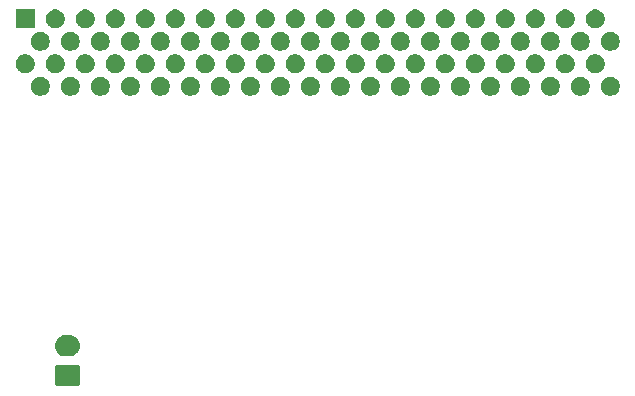
<source format=gbr>
G04 #@! TF.GenerationSoftware,KiCad,Pcbnew,(5.1.5)-3*
G04 #@! TF.CreationDate,2020-05-22T13:07:01-04:00*
G04 #@! TF.ProjectId,uBit_carrier,75426974-5f63-4617-9272-6965722e6b69,rev?*
G04 #@! TF.SameCoordinates,Original*
G04 #@! TF.FileFunction,Soldermask,Bot*
G04 #@! TF.FilePolarity,Negative*
%FSLAX46Y46*%
G04 Gerber Fmt 4.6, Leading zero omitted, Abs format (unit mm)*
G04 Created by KiCad (PCBNEW (5.1.5)-3) date 2020-05-22 13:07:01*
%MOMM*%
%LPD*%
G04 APERTURE LIST*
%ADD10C,0.100000*%
G04 APERTURE END LIST*
D10*
G36*
X151408600Y-105102989D02*
G01*
X151441652Y-105113015D01*
X151472103Y-105129292D01*
X151498799Y-105151201D01*
X151520708Y-105177897D01*
X151536985Y-105208348D01*
X151547011Y-105241400D01*
X151551000Y-105281903D01*
X151551000Y-106718097D01*
X151547011Y-106758600D01*
X151536985Y-106791652D01*
X151520708Y-106822103D01*
X151498799Y-106848799D01*
X151472103Y-106870708D01*
X151441652Y-106886985D01*
X151408600Y-106897011D01*
X151368097Y-106901000D01*
X149631903Y-106901000D01*
X149591400Y-106897011D01*
X149558348Y-106886985D01*
X149527897Y-106870708D01*
X149501201Y-106848799D01*
X149479292Y-106822103D01*
X149463015Y-106791652D01*
X149452989Y-106758600D01*
X149449000Y-106718097D01*
X149449000Y-105281903D01*
X149452989Y-105241400D01*
X149463015Y-105208348D01*
X149479292Y-105177897D01*
X149501201Y-105151201D01*
X149527897Y-105129292D01*
X149558348Y-105113015D01*
X149591400Y-105102989D01*
X149631903Y-105099000D01*
X151368097Y-105099000D01*
X151408600Y-105102989D01*
G37*
G36*
X150760443Y-102605519D02*
G01*
X150826627Y-102612037D01*
X150996466Y-102663557D01*
X151152991Y-102747222D01*
X151188729Y-102776552D01*
X151290186Y-102859814D01*
X151373448Y-102961271D01*
X151402778Y-102997009D01*
X151486443Y-103153534D01*
X151537963Y-103323373D01*
X151555359Y-103500000D01*
X151537963Y-103676627D01*
X151486443Y-103846466D01*
X151402778Y-104002991D01*
X151373448Y-104038729D01*
X151290186Y-104140186D01*
X151188729Y-104223448D01*
X151152991Y-104252778D01*
X150996466Y-104336443D01*
X150826627Y-104387963D01*
X150760442Y-104394482D01*
X150694260Y-104401000D01*
X150305740Y-104401000D01*
X150239557Y-104394481D01*
X150173373Y-104387963D01*
X150003534Y-104336443D01*
X149847009Y-104252778D01*
X149811271Y-104223448D01*
X149709814Y-104140186D01*
X149626552Y-104038729D01*
X149597222Y-104002991D01*
X149513557Y-103846466D01*
X149462037Y-103676627D01*
X149444641Y-103500000D01*
X149462037Y-103323373D01*
X149513557Y-103153534D01*
X149597222Y-102997009D01*
X149626552Y-102961271D01*
X149709814Y-102859814D01*
X149811271Y-102776552D01*
X149847009Y-102747222D01*
X150003534Y-102663557D01*
X150173373Y-102612037D01*
X150239557Y-102605519D01*
X150305740Y-102599000D01*
X150694260Y-102599000D01*
X150760443Y-102605519D01*
G37*
G36*
X161133642Y-80754781D02*
G01*
X161279414Y-80815162D01*
X161279416Y-80815163D01*
X161410608Y-80902822D01*
X161522178Y-81014392D01*
X161609837Y-81145584D01*
X161609838Y-81145586D01*
X161670219Y-81291358D01*
X161701000Y-81446107D01*
X161701000Y-81603893D01*
X161670219Y-81758642D01*
X161609838Y-81904414D01*
X161609837Y-81904416D01*
X161522178Y-82035608D01*
X161410608Y-82147178D01*
X161279416Y-82234837D01*
X161279415Y-82234838D01*
X161279414Y-82234838D01*
X161133642Y-82295219D01*
X160978893Y-82326000D01*
X160821107Y-82326000D01*
X160666358Y-82295219D01*
X160520586Y-82234838D01*
X160520585Y-82234838D01*
X160520584Y-82234837D01*
X160389392Y-82147178D01*
X160277822Y-82035608D01*
X160190163Y-81904416D01*
X160190162Y-81904414D01*
X160129781Y-81758642D01*
X160099000Y-81603893D01*
X160099000Y-81446107D01*
X160129781Y-81291358D01*
X160190162Y-81145586D01*
X160190163Y-81145584D01*
X160277822Y-81014392D01*
X160389392Y-80902822D01*
X160520584Y-80815163D01*
X160520586Y-80815162D01*
X160666358Y-80754781D01*
X160821107Y-80724000D01*
X160978893Y-80724000D01*
X161133642Y-80754781D01*
G37*
G36*
X148433642Y-80754781D02*
G01*
X148579414Y-80815162D01*
X148579416Y-80815163D01*
X148710608Y-80902822D01*
X148822178Y-81014392D01*
X148909837Y-81145584D01*
X148909838Y-81145586D01*
X148970219Y-81291358D01*
X149001000Y-81446107D01*
X149001000Y-81603893D01*
X148970219Y-81758642D01*
X148909838Y-81904414D01*
X148909837Y-81904416D01*
X148822178Y-82035608D01*
X148710608Y-82147178D01*
X148579416Y-82234837D01*
X148579415Y-82234838D01*
X148579414Y-82234838D01*
X148433642Y-82295219D01*
X148278893Y-82326000D01*
X148121107Y-82326000D01*
X147966358Y-82295219D01*
X147820586Y-82234838D01*
X147820585Y-82234838D01*
X147820584Y-82234837D01*
X147689392Y-82147178D01*
X147577822Y-82035608D01*
X147490163Y-81904416D01*
X147490162Y-81904414D01*
X147429781Y-81758642D01*
X147399000Y-81603893D01*
X147399000Y-81446107D01*
X147429781Y-81291358D01*
X147490162Y-81145586D01*
X147490163Y-81145584D01*
X147577822Y-81014392D01*
X147689392Y-80902822D01*
X147820584Y-80815163D01*
X147820586Y-80815162D01*
X147966358Y-80754781D01*
X148121107Y-80724000D01*
X148278893Y-80724000D01*
X148433642Y-80754781D01*
G37*
G36*
X150973642Y-80754781D02*
G01*
X151119414Y-80815162D01*
X151119416Y-80815163D01*
X151250608Y-80902822D01*
X151362178Y-81014392D01*
X151449837Y-81145584D01*
X151449838Y-81145586D01*
X151510219Y-81291358D01*
X151541000Y-81446107D01*
X151541000Y-81603893D01*
X151510219Y-81758642D01*
X151449838Y-81904414D01*
X151449837Y-81904416D01*
X151362178Y-82035608D01*
X151250608Y-82147178D01*
X151119416Y-82234837D01*
X151119415Y-82234838D01*
X151119414Y-82234838D01*
X150973642Y-82295219D01*
X150818893Y-82326000D01*
X150661107Y-82326000D01*
X150506358Y-82295219D01*
X150360586Y-82234838D01*
X150360585Y-82234838D01*
X150360584Y-82234837D01*
X150229392Y-82147178D01*
X150117822Y-82035608D01*
X150030163Y-81904416D01*
X150030162Y-81904414D01*
X149969781Y-81758642D01*
X149939000Y-81603893D01*
X149939000Y-81446107D01*
X149969781Y-81291358D01*
X150030162Y-81145586D01*
X150030163Y-81145584D01*
X150117822Y-81014392D01*
X150229392Y-80902822D01*
X150360584Y-80815163D01*
X150360586Y-80815162D01*
X150506358Y-80754781D01*
X150661107Y-80724000D01*
X150818893Y-80724000D01*
X150973642Y-80754781D01*
G37*
G36*
X153513642Y-80754781D02*
G01*
X153659414Y-80815162D01*
X153659416Y-80815163D01*
X153790608Y-80902822D01*
X153902178Y-81014392D01*
X153989837Y-81145584D01*
X153989838Y-81145586D01*
X154050219Y-81291358D01*
X154081000Y-81446107D01*
X154081000Y-81603893D01*
X154050219Y-81758642D01*
X153989838Y-81904414D01*
X153989837Y-81904416D01*
X153902178Y-82035608D01*
X153790608Y-82147178D01*
X153659416Y-82234837D01*
X153659415Y-82234838D01*
X153659414Y-82234838D01*
X153513642Y-82295219D01*
X153358893Y-82326000D01*
X153201107Y-82326000D01*
X153046358Y-82295219D01*
X152900586Y-82234838D01*
X152900585Y-82234838D01*
X152900584Y-82234837D01*
X152769392Y-82147178D01*
X152657822Y-82035608D01*
X152570163Y-81904416D01*
X152570162Y-81904414D01*
X152509781Y-81758642D01*
X152479000Y-81603893D01*
X152479000Y-81446107D01*
X152509781Y-81291358D01*
X152570162Y-81145586D01*
X152570163Y-81145584D01*
X152657822Y-81014392D01*
X152769392Y-80902822D01*
X152900584Y-80815163D01*
X152900586Y-80815162D01*
X153046358Y-80754781D01*
X153201107Y-80724000D01*
X153358893Y-80724000D01*
X153513642Y-80754781D01*
G37*
G36*
X156053642Y-80754781D02*
G01*
X156199414Y-80815162D01*
X156199416Y-80815163D01*
X156330608Y-80902822D01*
X156442178Y-81014392D01*
X156529837Y-81145584D01*
X156529838Y-81145586D01*
X156590219Y-81291358D01*
X156621000Y-81446107D01*
X156621000Y-81603893D01*
X156590219Y-81758642D01*
X156529838Y-81904414D01*
X156529837Y-81904416D01*
X156442178Y-82035608D01*
X156330608Y-82147178D01*
X156199416Y-82234837D01*
X156199415Y-82234838D01*
X156199414Y-82234838D01*
X156053642Y-82295219D01*
X155898893Y-82326000D01*
X155741107Y-82326000D01*
X155586358Y-82295219D01*
X155440586Y-82234838D01*
X155440585Y-82234838D01*
X155440584Y-82234837D01*
X155309392Y-82147178D01*
X155197822Y-82035608D01*
X155110163Y-81904416D01*
X155110162Y-81904414D01*
X155049781Y-81758642D01*
X155019000Y-81603893D01*
X155019000Y-81446107D01*
X155049781Y-81291358D01*
X155110162Y-81145586D01*
X155110163Y-81145584D01*
X155197822Y-81014392D01*
X155309392Y-80902822D01*
X155440584Y-80815163D01*
X155440586Y-80815162D01*
X155586358Y-80754781D01*
X155741107Y-80724000D01*
X155898893Y-80724000D01*
X156053642Y-80754781D01*
G37*
G36*
X158593642Y-80754781D02*
G01*
X158739414Y-80815162D01*
X158739416Y-80815163D01*
X158870608Y-80902822D01*
X158982178Y-81014392D01*
X159069837Y-81145584D01*
X159069838Y-81145586D01*
X159130219Y-81291358D01*
X159161000Y-81446107D01*
X159161000Y-81603893D01*
X159130219Y-81758642D01*
X159069838Y-81904414D01*
X159069837Y-81904416D01*
X158982178Y-82035608D01*
X158870608Y-82147178D01*
X158739416Y-82234837D01*
X158739415Y-82234838D01*
X158739414Y-82234838D01*
X158593642Y-82295219D01*
X158438893Y-82326000D01*
X158281107Y-82326000D01*
X158126358Y-82295219D01*
X157980586Y-82234838D01*
X157980585Y-82234838D01*
X157980584Y-82234837D01*
X157849392Y-82147178D01*
X157737822Y-82035608D01*
X157650163Y-81904416D01*
X157650162Y-81904414D01*
X157589781Y-81758642D01*
X157559000Y-81603893D01*
X157559000Y-81446107D01*
X157589781Y-81291358D01*
X157650162Y-81145586D01*
X157650163Y-81145584D01*
X157737822Y-81014392D01*
X157849392Y-80902822D01*
X157980584Y-80815163D01*
X157980586Y-80815162D01*
X158126358Y-80754781D01*
X158281107Y-80724000D01*
X158438893Y-80724000D01*
X158593642Y-80754781D01*
G37*
G36*
X163673642Y-80754781D02*
G01*
X163819414Y-80815162D01*
X163819416Y-80815163D01*
X163950608Y-80902822D01*
X164062178Y-81014392D01*
X164149837Y-81145584D01*
X164149838Y-81145586D01*
X164210219Y-81291358D01*
X164241000Y-81446107D01*
X164241000Y-81603893D01*
X164210219Y-81758642D01*
X164149838Y-81904414D01*
X164149837Y-81904416D01*
X164062178Y-82035608D01*
X163950608Y-82147178D01*
X163819416Y-82234837D01*
X163819415Y-82234838D01*
X163819414Y-82234838D01*
X163673642Y-82295219D01*
X163518893Y-82326000D01*
X163361107Y-82326000D01*
X163206358Y-82295219D01*
X163060586Y-82234838D01*
X163060585Y-82234838D01*
X163060584Y-82234837D01*
X162929392Y-82147178D01*
X162817822Y-82035608D01*
X162730163Y-81904416D01*
X162730162Y-81904414D01*
X162669781Y-81758642D01*
X162639000Y-81603893D01*
X162639000Y-81446107D01*
X162669781Y-81291358D01*
X162730162Y-81145586D01*
X162730163Y-81145584D01*
X162817822Y-81014392D01*
X162929392Y-80902822D01*
X163060584Y-80815163D01*
X163060586Y-80815162D01*
X163206358Y-80754781D01*
X163361107Y-80724000D01*
X163518893Y-80724000D01*
X163673642Y-80754781D01*
G37*
G36*
X166213642Y-80754781D02*
G01*
X166359414Y-80815162D01*
X166359416Y-80815163D01*
X166490608Y-80902822D01*
X166602178Y-81014392D01*
X166689837Y-81145584D01*
X166689838Y-81145586D01*
X166750219Y-81291358D01*
X166781000Y-81446107D01*
X166781000Y-81603893D01*
X166750219Y-81758642D01*
X166689838Y-81904414D01*
X166689837Y-81904416D01*
X166602178Y-82035608D01*
X166490608Y-82147178D01*
X166359416Y-82234837D01*
X166359415Y-82234838D01*
X166359414Y-82234838D01*
X166213642Y-82295219D01*
X166058893Y-82326000D01*
X165901107Y-82326000D01*
X165746358Y-82295219D01*
X165600586Y-82234838D01*
X165600585Y-82234838D01*
X165600584Y-82234837D01*
X165469392Y-82147178D01*
X165357822Y-82035608D01*
X165270163Y-81904416D01*
X165270162Y-81904414D01*
X165209781Y-81758642D01*
X165179000Y-81603893D01*
X165179000Y-81446107D01*
X165209781Y-81291358D01*
X165270162Y-81145586D01*
X165270163Y-81145584D01*
X165357822Y-81014392D01*
X165469392Y-80902822D01*
X165600584Y-80815163D01*
X165600586Y-80815162D01*
X165746358Y-80754781D01*
X165901107Y-80724000D01*
X166058893Y-80724000D01*
X166213642Y-80754781D01*
G37*
G36*
X168753642Y-80754781D02*
G01*
X168899414Y-80815162D01*
X168899416Y-80815163D01*
X169030608Y-80902822D01*
X169142178Y-81014392D01*
X169229837Y-81145584D01*
X169229838Y-81145586D01*
X169290219Y-81291358D01*
X169321000Y-81446107D01*
X169321000Y-81603893D01*
X169290219Y-81758642D01*
X169229838Y-81904414D01*
X169229837Y-81904416D01*
X169142178Y-82035608D01*
X169030608Y-82147178D01*
X168899416Y-82234837D01*
X168899415Y-82234838D01*
X168899414Y-82234838D01*
X168753642Y-82295219D01*
X168598893Y-82326000D01*
X168441107Y-82326000D01*
X168286358Y-82295219D01*
X168140586Y-82234838D01*
X168140585Y-82234838D01*
X168140584Y-82234837D01*
X168009392Y-82147178D01*
X167897822Y-82035608D01*
X167810163Y-81904416D01*
X167810162Y-81904414D01*
X167749781Y-81758642D01*
X167719000Y-81603893D01*
X167719000Y-81446107D01*
X167749781Y-81291358D01*
X167810162Y-81145586D01*
X167810163Y-81145584D01*
X167897822Y-81014392D01*
X168009392Y-80902822D01*
X168140584Y-80815163D01*
X168140586Y-80815162D01*
X168286358Y-80754781D01*
X168441107Y-80724000D01*
X168598893Y-80724000D01*
X168753642Y-80754781D01*
G37*
G36*
X171293642Y-80754781D02*
G01*
X171439414Y-80815162D01*
X171439416Y-80815163D01*
X171570608Y-80902822D01*
X171682178Y-81014392D01*
X171769837Y-81145584D01*
X171769838Y-81145586D01*
X171830219Y-81291358D01*
X171861000Y-81446107D01*
X171861000Y-81603893D01*
X171830219Y-81758642D01*
X171769838Y-81904414D01*
X171769837Y-81904416D01*
X171682178Y-82035608D01*
X171570608Y-82147178D01*
X171439416Y-82234837D01*
X171439415Y-82234838D01*
X171439414Y-82234838D01*
X171293642Y-82295219D01*
X171138893Y-82326000D01*
X170981107Y-82326000D01*
X170826358Y-82295219D01*
X170680586Y-82234838D01*
X170680585Y-82234838D01*
X170680584Y-82234837D01*
X170549392Y-82147178D01*
X170437822Y-82035608D01*
X170350163Y-81904416D01*
X170350162Y-81904414D01*
X170289781Y-81758642D01*
X170259000Y-81603893D01*
X170259000Y-81446107D01*
X170289781Y-81291358D01*
X170350162Y-81145586D01*
X170350163Y-81145584D01*
X170437822Y-81014392D01*
X170549392Y-80902822D01*
X170680584Y-80815163D01*
X170680586Y-80815162D01*
X170826358Y-80754781D01*
X170981107Y-80724000D01*
X171138893Y-80724000D01*
X171293642Y-80754781D01*
G37*
G36*
X178913642Y-80754781D02*
G01*
X179059414Y-80815162D01*
X179059416Y-80815163D01*
X179190608Y-80902822D01*
X179302178Y-81014392D01*
X179389837Y-81145584D01*
X179389838Y-81145586D01*
X179450219Y-81291358D01*
X179481000Y-81446107D01*
X179481000Y-81603893D01*
X179450219Y-81758642D01*
X179389838Y-81904414D01*
X179389837Y-81904416D01*
X179302178Y-82035608D01*
X179190608Y-82147178D01*
X179059416Y-82234837D01*
X179059415Y-82234838D01*
X179059414Y-82234838D01*
X178913642Y-82295219D01*
X178758893Y-82326000D01*
X178601107Y-82326000D01*
X178446358Y-82295219D01*
X178300586Y-82234838D01*
X178300585Y-82234838D01*
X178300584Y-82234837D01*
X178169392Y-82147178D01*
X178057822Y-82035608D01*
X177970163Y-81904416D01*
X177970162Y-81904414D01*
X177909781Y-81758642D01*
X177879000Y-81603893D01*
X177879000Y-81446107D01*
X177909781Y-81291358D01*
X177970162Y-81145586D01*
X177970163Y-81145584D01*
X178057822Y-81014392D01*
X178169392Y-80902822D01*
X178300584Y-80815163D01*
X178300586Y-80815162D01*
X178446358Y-80754781D01*
X178601107Y-80724000D01*
X178758893Y-80724000D01*
X178913642Y-80754781D01*
G37*
G36*
X173833642Y-80754781D02*
G01*
X173979414Y-80815162D01*
X173979416Y-80815163D01*
X174110608Y-80902822D01*
X174222178Y-81014392D01*
X174309837Y-81145584D01*
X174309838Y-81145586D01*
X174370219Y-81291358D01*
X174401000Y-81446107D01*
X174401000Y-81603893D01*
X174370219Y-81758642D01*
X174309838Y-81904414D01*
X174309837Y-81904416D01*
X174222178Y-82035608D01*
X174110608Y-82147178D01*
X173979416Y-82234837D01*
X173979415Y-82234838D01*
X173979414Y-82234838D01*
X173833642Y-82295219D01*
X173678893Y-82326000D01*
X173521107Y-82326000D01*
X173366358Y-82295219D01*
X173220586Y-82234838D01*
X173220585Y-82234838D01*
X173220584Y-82234837D01*
X173089392Y-82147178D01*
X172977822Y-82035608D01*
X172890163Y-81904416D01*
X172890162Y-81904414D01*
X172829781Y-81758642D01*
X172799000Y-81603893D01*
X172799000Y-81446107D01*
X172829781Y-81291358D01*
X172890162Y-81145586D01*
X172890163Y-81145584D01*
X172977822Y-81014392D01*
X173089392Y-80902822D01*
X173220584Y-80815163D01*
X173220586Y-80815162D01*
X173366358Y-80754781D01*
X173521107Y-80724000D01*
X173678893Y-80724000D01*
X173833642Y-80754781D01*
G37*
G36*
X194153642Y-80754781D02*
G01*
X194299414Y-80815162D01*
X194299416Y-80815163D01*
X194430608Y-80902822D01*
X194542178Y-81014392D01*
X194629837Y-81145584D01*
X194629838Y-81145586D01*
X194690219Y-81291358D01*
X194721000Y-81446107D01*
X194721000Y-81603893D01*
X194690219Y-81758642D01*
X194629838Y-81904414D01*
X194629837Y-81904416D01*
X194542178Y-82035608D01*
X194430608Y-82147178D01*
X194299416Y-82234837D01*
X194299415Y-82234838D01*
X194299414Y-82234838D01*
X194153642Y-82295219D01*
X193998893Y-82326000D01*
X193841107Y-82326000D01*
X193686358Y-82295219D01*
X193540586Y-82234838D01*
X193540585Y-82234838D01*
X193540584Y-82234837D01*
X193409392Y-82147178D01*
X193297822Y-82035608D01*
X193210163Y-81904416D01*
X193210162Y-81904414D01*
X193149781Y-81758642D01*
X193119000Y-81603893D01*
X193119000Y-81446107D01*
X193149781Y-81291358D01*
X193210162Y-81145586D01*
X193210163Y-81145584D01*
X193297822Y-81014392D01*
X193409392Y-80902822D01*
X193540584Y-80815163D01*
X193540586Y-80815162D01*
X193686358Y-80754781D01*
X193841107Y-80724000D01*
X193998893Y-80724000D01*
X194153642Y-80754781D01*
G37*
G36*
X196693642Y-80754781D02*
G01*
X196839414Y-80815162D01*
X196839416Y-80815163D01*
X196970608Y-80902822D01*
X197082178Y-81014392D01*
X197169837Y-81145584D01*
X197169838Y-81145586D01*
X197230219Y-81291358D01*
X197261000Y-81446107D01*
X197261000Y-81603893D01*
X197230219Y-81758642D01*
X197169838Y-81904414D01*
X197169837Y-81904416D01*
X197082178Y-82035608D01*
X196970608Y-82147178D01*
X196839416Y-82234837D01*
X196839415Y-82234838D01*
X196839414Y-82234838D01*
X196693642Y-82295219D01*
X196538893Y-82326000D01*
X196381107Y-82326000D01*
X196226358Y-82295219D01*
X196080586Y-82234838D01*
X196080585Y-82234838D01*
X196080584Y-82234837D01*
X195949392Y-82147178D01*
X195837822Y-82035608D01*
X195750163Y-81904416D01*
X195750162Y-81904414D01*
X195689781Y-81758642D01*
X195659000Y-81603893D01*
X195659000Y-81446107D01*
X195689781Y-81291358D01*
X195750162Y-81145586D01*
X195750163Y-81145584D01*
X195837822Y-81014392D01*
X195949392Y-80902822D01*
X196080584Y-80815163D01*
X196080586Y-80815162D01*
X196226358Y-80754781D01*
X196381107Y-80724000D01*
X196538893Y-80724000D01*
X196693642Y-80754781D01*
G37*
G36*
X191613642Y-80754781D02*
G01*
X191759414Y-80815162D01*
X191759416Y-80815163D01*
X191890608Y-80902822D01*
X192002178Y-81014392D01*
X192089837Y-81145584D01*
X192089838Y-81145586D01*
X192150219Y-81291358D01*
X192181000Y-81446107D01*
X192181000Y-81603893D01*
X192150219Y-81758642D01*
X192089838Y-81904414D01*
X192089837Y-81904416D01*
X192002178Y-82035608D01*
X191890608Y-82147178D01*
X191759416Y-82234837D01*
X191759415Y-82234838D01*
X191759414Y-82234838D01*
X191613642Y-82295219D01*
X191458893Y-82326000D01*
X191301107Y-82326000D01*
X191146358Y-82295219D01*
X191000586Y-82234838D01*
X191000585Y-82234838D01*
X191000584Y-82234837D01*
X190869392Y-82147178D01*
X190757822Y-82035608D01*
X190670163Y-81904416D01*
X190670162Y-81904414D01*
X190609781Y-81758642D01*
X190579000Y-81603893D01*
X190579000Y-81446107D01*
X190609781Y-81291358D01*
X190670162Y-81145586D01*
X190670163Y-81145584D01*
X190757822Y-81014392D01*
X190869392Y-80902822D01*
X191000584Y-80815163D01*
X191000586Y-80815162D01*
X191146358Y-80754781D01*
X191301107Y-80724000D01*
X191458893Y-80724000D01*
X191613642Y-80754781D01*
G37*
G36*
X189073642Y-80754781D02*
G01*
X189219414Y-80815162D01*
X189219416Y-80815163D01*
X189350608Y-80902822D01*
X189462178Y-81014392D01*
X189549837Y-81145584D01*
X189549838Y-81145586D01*
X189610219Y-81291358D01*
X189641000Y-81446107D01*
X189641000Y-81603893D01*
X189610219Y-81758642D01*
X189549838Y-81904414D01*
X189549837Y-81904416D01*
X189462178Y-82035608D01*
X189350608Y-82147178D01*
X189219416Y-82234837D01*
X189219415Y-82234838D01*
X189219414Y-82234838D01*
X189073642Y-82295219D01*
X188918893Y-82326000D01*
X188761107Y-82326000D01*
X188606358Y-82295219D01*
X188460586Y-82234838D01*
X188460585Y-82234838D01*
X188460584Y-82234837D01*
X188329392Y-82147178D01*
X188217822Y-82035608D01*
X188130163Y-81904416D01*
X188130162Y-81904414D01*
X188069781Y-81758642D01*
X188039000Y-81603893D01*
X188039000Y-81446107D01*
X188069781Y-81291358D01*
X188130162Y-81145586D01*
X188130163Y-81145584D01*
X188217822Y-81014392D01*
X188329392Y-80902822D01*
X188460584Y-80815163D01*
X188460586Y-80815162D01*
X188606358Y-80754781D01*
X188761107Y-80724000D01*
X188918893Y-80724000D01*
X189073642Y-80754781D01*
G37*
G36*
X186533642Y-80754781D02*
G01*
X186679414Y-80815162D01*
X186679416Y-80815163D01*
X186810608Y-80902822D01*
X186922178Y-81014392D01*
X187009837Y-81145584D01*
X187009838Y-81145586D01*
X187070219Y-81291358D01*
X187101000Y-81446107D01*
X187101000Y-81603893D01*
X187070219Y-81758642D01*
X187009838Y-81904414D01*
X187009837Y-81904416D01*
X186922178Y-82035608D01*
X186810608Y-82147178D01*
X186679416Y-82234837D01*
X186679415Y-82234838D01*
X186679414Y-82234838D01*
X186533642Y-82295219D01*
X186378893Y-82326000D01*
X186221107Y-82326000D01*
X186066358Y-82295219D01*
X185920586Y-82234838D01*
X185920585Y-82234838D01*
X185920584Y-82234837D01*
X185789392Y-82147178D01*
X185677822Y-82035608D01*
X185590163Y-81904416D01*
X185590162Y-81904414D01*
X185529781Y-81758642D01*
X185499000Y-81603893D01*
X185499000Y-81446107D01*
X185529781Y-81291358D01*
X185590162Y-81145586D01*
X185590163Y-81145584D01*
X185677822Y-81014392D01*
X185789392Y-80902822D01*
X185920584Y-80815163D01*
X185920586Y-80815162D01*
X186066358Y-80754781D01*
X186221107Y-80724000D01*
X186378893Y-80724000D01*
X186533642Y-80754781D01*
G37*
G36*
X183993642Y-80754781D02*
G01*
X184139414Y-80815162D01*
X184139416Y-80815163D01*
X184270608Y-80902822D01*
X184382178Y-81014392D01*
X184469837Y-81145584D01*
X184469838Y-81145586D01*
X184530219Y-81291358D01*
X184561000Y-81446107D01*
X184561000Y-81603893D01*
X184530219Y-81758642D01*
X184469838Y-81904414D01*
X184469837Y-81904416D01*
X184382178Y-82035608D01*
X184270608Y-82147178D01*
X184139416Y-82234837D01*
X184139415Y-82234838D01*
X184139414Y-82234838D01*
X183993642Y-82295219D01*
X183838893Y-82326000D01*
X183681107Y-82326000D01*
X183526358Y-82295219D01*
X183380586Y-82234838D01*
X183380585Y-82234838D01*
X183380584Y-82234837D01*
X183249392Y-82147178D01*
X183137822Y-82035608D01*
X183050163Y-81904416D01*
X183050162Y-81904414D01*
X182989781Y-81758642D01*
X182959000Y-81603893D01*
X182959000Y-81446107D01*
X182989781Y-81291358D01*
X183050162Y-81145586D01*
X183050163Y-81145584D01*
X183137822Y-81014392D01*
X183249392Y-80902822D01*
X183380584Y-80815163D01*
X183380586Y-80815162D01*
X183526358Y-80754781D01*
X183681107Y-80724000D01*
X183838893Y-80724000D01*
X183993642Y-80754781D01*
G37*
G36*
X181453642Y-80754781D02*
G01*
X181599414Y-80815162D01*
X181599416Y-80815163D01*
X181730608Y-80902822D01*
X181842178Y-81014392D01*
X181929837Y-81145584D01*
X181929838Y-81145586D01*
X181990219Y-81291358D01*
X182021000Y-81446107D01*
X182021000Y-81603893D01*
X181990219Y-81758642D01*
X181929838Y-81904414D01*
X181929837Y-81904416D01*
X181842178Y-82035608D01*
X181730608Y-82147178D01*
X181599416Y-82234837D01*
X181599415Y-82234838D01*
X181599414Y-82234838D01*
X181453642Y-82295219D01*
X181298893Y-82326000D01*
X181141107Y-82326000D01*
X180986358Y-82295219D01*
X180840586Y-82234838D01*
X180840585Y-82234838D01*
X180840584Y-82234837D01*
X180709392Y-82147178D01*
X180597822Y-82035608D01*
X180510163Y-81904416D01*
X180510162Y-81904414D01*
X180449781Y-81758642D01*
X180419000Y-81603893D01*
X180419000Y-81446107D01*
X180449781Y-81291358D01*
X180510162Y-81145586D01*
X180510163Y-81145584D01*
X180597822Y-81014392D01*
X180709392Y-80902822D01*
X180840584Y-80815163D01*
X180840586Y-80815162D01*
X180986358Y-80754781D01*
X181141107Y-80724000D01*
X181298893Y-80724000D01*
X181453642Y-80754781D01*
G37*
G36*
X176373642Y-80754781D02*
G01*
X176519414Y-80815162D01*
X176519416Y-80815163D01*
X176650608Y-80902822D01*
X176762178Y-81014392D01*
X176849837Y-81145584D01*
X176849838Y-81145586D01*
X176910219Y-81291358D01*
X176941000Y-81446107D01*
X176941000Y-81603893D01*
X176910219Y-81758642D01*
X176849838Y-81904414D01*
X176849837Y-81904416D01*
X176762178Y-82035608D01*
X176650608Y-82147178D01*
X176519416Y-82234837D01*
X176519415Y-82234838D01*
X176519414Y-82234838D01*
X176373642Y-82295219D01*
X176218893Y-82326000D01*
X176061107Y-82326000D01*
X175906358Y-82295219D01*
X175760586Y-82234838D01*
X175760585Y-82234838D01*
X175760584Y-82234837D01*
X175629392Y-82147178D01*
X175517822Y-82035608D01*
X175430163Y-81904416D01*
X175430162Y-81904414D01*
X175369781Y-81758642D01*
X175339000Y-81603893D01*
X175339000Y-81446107D01*
X175369781Y-81291358D01*
X175430162Y-81145586D01*
X175430163Y-81145584D01*
X175517822Y-81014392D01*
X175629392Y-80902822D01*
X175760584Y-80815163D01*
X175760586Y-80815162D01*
X175906358Y-80754781D01*
X176061107Y-80724000D01*
X176218893Y-80724000D01*
X176373642Y-80754781D01*
G37*
G36*
X147163642Y-78854781D02*
G01*
X147309414Y-78915162D01*
X147309416Y-78915163D01*
X147440608Y-79002822D01*
X147552178Y-79114392D01*
X147639837Y-79245584D01*
X147639838Y-79245586D01*
X147700219Y-79391358D01*
X147731000Y-79546107D01*
X147731000Y-79703893D01*
X147700219Y-79858642D01*
X147639838Y-80004414D01*
X147639837Y-80004416D01*
X147552178Y-80135608D01*
X147440608Y-80247178D01*
X147309416Y-80334837D01*
X147309415Y-80334838D01*
X147309414Y-80334838D01*
X147163642Y-80395219D01*
X147008893Y-80426000D01*
X146851107Y-80426000D01*
X146696358Y-80395219D01*
X146550586Y-80334838D01*
X146550585Y-80334838D01*
X146550584Y-80334837D01*
X146419392Y-80247178D01*
X146307822Y-80135608D01*
X146220163Y-80004416D01*
X146220162Y-80004414D01*
X146159781Y-79858642D01*
X146129000Y-79703893D01*
X146129000Y-79546107D01*
X146159781Y-79391358D01*
X146220162Y-79245586D01*
X146220163Y-79245584D01*
X146307822Y-79114392D01*
X146419392Y-79002822D01*
X146550584Y-78915163D01*
X146550586Y-78915162D01*
X146696358Y-78854781D01*
X146851107Y-78824000D01*
X147008893Y-78824000D01*
X147163642Y-78854781D01*
G37*
G36*
X149703642Y-78854781D02*
G01*
X149849414Y-78915162D01*
X149849416Y-78915163D01*
X149980608Y-79002822D01*
X150092178Y-79114392D01*
X150179837Y-79245584D01*
X150179838Y-79245586D01*
X150240219Y-79391358D01*
X150271000Y-79546107D01*
X150271000Y-79703893D01*
X150240219Y-79858642D01*
X150179838Y-80004414D01*
X150179837Y-80004416D01*
X150092178Y-80135608D01*
X149980608Y-80247178D01*
X149849416Y-80334837D01*
X149849415Y-80334838D01*
X149849414Y-80334838D01*
X149703642Y-80395219D01*
X149548893Y-80426000D01*
X149391107Y-80426000D01*
X149236358Y-80395219D01*
X149090586Y-80334838D01*
X149090585Y-80334838D01*
X149090584Y-80334837D01*
X148959392Y-80247178D01*
X148847822Y-80135608D01*
X148760163Y-80004416D01*
X148760162Y-80004414D01*
X148699781Y-79858642D01*
X148669000Y-79703893D01*
X148669000Y-79546107D01*
X148699781Y-79391358D01*
X148760162Y-79245586D01*
X148760163Y-79245584D01*
X148847822Y-79114392D01*
X148959392Y-79002822D01*
X149090584Y-78915163D01*
X149090586Y-78915162D01*
X149236358Y-78854781D01*
X149391107Y-78824000D01*
X149548893Y-78824000D01*
X149703642Y-78854781D01*
G37*
G36*
X177643642Y-78854781D02*
G01*
X177789414Y-78915162D01*
X177789416Y-78915163D01*
X177920608Y-79002822D01*
X178032178Y-79114392D01*
X178119837Y-79245584D01*
X178119838Y-79245586D01*
X178180219Y-79391358D01*
X178211000Y-79546107D01*
X178211000Y-79703893D01*
X178180219Y-79858642D01*
X178119838Y-80004414D01*
X178119837Y-80004416D01*
X178032178Y-80135608D01*
X177920608Y-80247178D01*
X177789416Y-80334837D01*
X177789415Y-80334838D01*
X177789414Y-80334838D01*
X177643642Y-80395219D01*
X177488893Y-80426000D01*
X177331107Y-80426000D01*
X177176358Y-80395219D01*
X177030586Y-80334838D01*
X177030585Y-80334838D01*
X177030584Y-80334837D01*
X176899392Y-80247178D01*
X176787822Y-80135608D01*
X176700163Y-80004416D01*
X176700162Y-80004414D01*
X176639781Y-79858642D01*
X176609000Y-79703893D01*
X176609000Y-79546107D01*
X176639781Y-79391358D01*
X176700162Y-79245586D01*
X176700163Y-79245584D01*
X176787822Y-79114392D01*
X176899392Y-79002822D01*
X177030584Y-78915163D01*
X177030586Y-78915162D01*
X177176358Y-78854781D01*
X177331107Y-78824000D01*
X177488893Y-78824000D01*
X177643642Y-78854781D01*
G37*
G36*
X180183642Y-78854781D02*
G01*
X180329414Y-78915162D01*
X180329416Y-78915163D01*
X180460608Y-79002822D01*
X180572178Y-79114392D01*
X180659837Y-79245584D01*
X180659838Y-79245586D01*
X180720219Y-79391358D01*
X180751000Y-79546107D01*
X180751000Y-79703893D01*
X180720219Y-79858642D01*
X180659838Y-80004414D01*
X180659837Y-80004416D01*
X180572178Y-80135608D01*
X180460608Y-80247178D01*
X180329416Y-80334837D01*
X180329415Y-80334838D01*
X180329414Y-80334838D01*
X180183642Y-80395219D01*
X180028893Y-80426000D01*
X179871107Y-80426000D01*
X179716358Y-80395219D01*
X179570586Y-80334838D01*
X179570585Y-80334838D01*
X179570584Y-80334837D01*
X179439392Y-80247178D01*
X179327822Y-80135608D01*
X179240163Y-80004416D01*
X179240162Y-80004414D01*
X179179781Y-79858642D01*
X179149000Y-79703893D01*
X179149000Y-79546107D01*
X179179781Y-79391358D01*
X179240162Y-79245586D01*
X179240163Y-79245584D01*
X179327822Y-79114392D01*
X179439392Y-79002822D01*
X179570584Y-78915163D01*
X179570586Y-78915162D01*
X179716358Y-78854781D01*
X179871107Y-78824000D01*
X180028893Y-78824000D01*
X180183642Y-78854781D01*
G37*
G36*
X175103642Y-78854781D02*
G01*
X175249414Y-78915162D01*
X175249416Y-78915163D01*
X175380608Y-79002822D01*
X175492178Y-79114392D01*
X175579837Y-79245584D01*
X175579838Y-79245586D01*
X175640219Y-79391358D01*
X175671000Y-79546107D01*
X175671000Y-79703893D01*
X175640219Y-79858642D01*
X175579838Y-80004414D01*
X175579837Y-80004416D01*
X175492178Y-80135608D01*
X175380608Y-80247178D01*
X175249416Y-80334837D01*
X175249415Y-80334838D01*
X175249414Y-80334838D01*
X175103642Y-80395219D01*
X174948893Y-80426000D01*
X174791107Y-80426000D01*
X174636358Y-80395219D01*
X174490586Y-80334838D01*
X174490585Y-80334838D01*
X174490584Y-80334837D01*
X174359392Y-80247178D01*
X174247822Y-80135608D01*
X174160163Y-80004416D01*
X174160162Y-80004414D01*
X174099781Y-79858642D01*
X174069000Y-79703893D01*
X174069000Y-79546107D01*
X174099781Y-79391358D01*
X174160162Y-79245586D01*
X174160163Y-79245584D01*
X174247822Y-79114392D01*
X174359392Y-79002822D01*
X174490584Y-78915163D01*
X174490586Y-78915162D01*
X174636358Y-78854781D01*
X174791107Y-78824000D01*
X174948893Y-78824000D01*
X175103642Y-78854781D01*
G37*
G36*
X162403642Y-78854781D02*
G01*
X162549414Y-78915162D01*
X162549416Y-78915163D01*
X162680608Y-79002822D01*
X162792178Y-79114392D01*
X162879837Y-79245584D01*
X162879838Y-79245586D01*
X162940219Y-79391358D01*
X162971000Y-79546107D01*
X162971000Y-79703893D01*
X162940219Y-79858642D01*
X162879838Y-80004414D01*
X162879837Y-80004416D01*
X162792178Y-80135608D01*
X162680608Y-80247178D01*
X162549416Y-80334837D01*
X162549415Y-80334838D01*
X162549414Y-80334838D01*
X162403642Y-80395219D01*
X162248893Y-80426000D01*
X162091107Y-80426000D01*
X161936358Y-80395219D01*
X161790586Y-80334838D01*
X161790585Y-80334838D01*
X161790584Y-80334837D01*
X161659392Y-80247178D01*
X161547822Y-80135608D01*
X161460163Y-80004416D01*
X161460162Y-80004414D01*
X161399781Y-79858642D01*
X161369000Y-79703893D01*
X161369000Y-79546107D01*
X161399781Y-79391358D01*
X161460162Y-79245586D01*
X161460163Y-79245584D01*
X161547822Y-79114392D01*
X161659392Y-79002822D01*
X161790584Y-78915163D01*
X161790586Y-78915162D01*
X161936358Y-78854781D01*
X162091107Y-78824000D01*
X162248893Y-78824000D01*
X162403642Y-78854781D01*
G37*
G36*
X182723642Y-78854781D02*
G01*
X182869414Y-78915162D01*
X182869416Y-78915163D01*
X183000608Y-79002822D01*
X183112178Y-79114392D01*
X183199837Y-79245584D01*
X183199838Y-79245586D01*
X183260219Y-79391358D01*
X183291000Y-79546107D01*
X183291000Y-79703893D01*
X183260219Y-79858642D01*
X183199838Y-80004414D01*
X183199837Y-80004416D01*
X183112178Y-80135608D01*
X183000608Y-80247178D01*
X182869416Y-80334837D01*
X182869415Y-80334838D01*
X182869414Y-80334838D01*
X182723642Y-80395219D01*
X182568893Y-80426000D01*
X182411107Y-80426000D01*
X182256358Y-80395219D01*
X182110586Y-80334838D01*
X182110585Y-80334838D01*
X182110584Y-80334837D01*
X181979392Y-80247178D01*
X181867822Y-80135608D01*
X181780163Y-80004416D01*
X181780162Y-80004414D01*
X181719781Y-79858642D01*
X181689000Y-79703893D01*
X181689000Y-79546107D01*
X181719781Y-79391358D01*
X181780162Y-79245586D01*
X181780163Y-79245584D01*
X181867822Y-79114392D01*
X181979392Y-79002822D01*
X182110584Y-78915163D01*
X182110586Y-78915162D01*
X182256358Y-78854781D01*
X182411107Y-78824000D01*
X182568893Y-78824000D01*
X182723642Y-78854781D01*
G37*
G36*
X157323642Y-78854781D02*
G01*
X157469414Y-78915162D01*
X157469416Y-78915163D01*
X157600608Y-79002822D01*
X157712178Y-79114392D01*
X157799837Y-79245584D01*
X157799838Y-79245586D01*
X157860219Y-79391358D01*
X157891000Y-79546107D01*
X157891000Y-79703893D01*
X157860219Y-79858642D01*
X157799838Y-80004414D01*
X157799837Y-80004416D01*
X157712178Y-80135608D01*
X157600608Y-80247178D01*
X157469416Y-80334837D01*
X157469415Y-80334838D01*
X157469414Y-80334838D01*
X157323642Y-80395219D01*
X157168893Y-80426000D01*
X157011107Y-80426000D01*
X156856358Y-80395219D01*
X156710586Y-80334838D01*
X156710585Y-80334838D01*
X156710584Y-80334837D01*
X156579392Y-80247178D01*
X156467822Y-80135608D01*
X156380163Y-80004416D01*
X156380162Y-80004414D01*
X156319781Y-79858642D01*
X156289000Y-79703893D01*
X156289000Y-79546107D01*
X156319781Y-79391358D01*
X156380162Y-79245586D01*
X156380163Y-79245584D01*
X156467822Y-79114392D01*
X156579392Y-79002822D01*
X156710584Y-78915163D01*
X156710586Y-78915162D01*
X156856358Y-78854781D01*
X157011107Y-78824000D01*
X157168893Y-78824000D01*
X157323642Y-78854781D01*
G37*
G36*
X172563642Y-78854781D02*
G01*
X172709414Y-78915162D01*
X172709416Y-78915163D01*
X172840608Y-79002822D01*
X172952178Y-79114392D01*
X173039837Y-79245584D01*
X173039838Y-79245586D01*
X173100219Y-79391358D01*
X173131000Y-79546107D01*
X173131000Y-79703893D01*
X173100219Y-79858642D01*
X173039838Y-80004414D01*
X173039837Y-80004416D01*
X172952178Y-80135608D01*
X172840608Y-80247178D01*
X172709416Y-80334837D01*
X172709415Y-80334838D01*
X172709414Y-80334838D01*
X172563642Y-80395219D01*
X172408893Y-80426000D01*
X172251107Y-80426000D01*
X172096358Y-80395219D01*
X171950586Y-80334838D01*
X171950585Y-80334838D01*
X171950584Y-80334837D01*
X171819392Y-80247178D01*
X171707822Y-80135608D01*
X171620163Y-80004416D01*
X171620162Y-80004414D01*
X171559781Y-79858642D01*
X171529000Y-79703893D01*
X171529000Y-79546107D01*
X171559781Y-79391358D01*
X171620162Y-79245586D01*
X171620163Y-79245584D01*
X171707822Y-79114392D01*
X171819392Y-79002822D01*
X171950584Y-78915163D01*
X171950586Y-78915162D01*
X172096358Y-78854781D01*
X172251107Y-78824000D01*
X172408893Y-78824000D01*
X172563642Y-78854781D01*
G37*
G36*
X164943642Y-78854781D02*
G01*
X165089414Y-78915162D01*
X165089416Y-78915163D01*
X165220608Y-79002822D01*
X165332178Y-79114392D01*
X165419837Y-79245584D01*
X165419838Y-79245586D01*
X165480219Y-79391358D01*
X165511000Y-79546107D01*
X165511000Y-79703893D01*
X165480219Y-79858642D01*
X165419838Y-80004414D01*
X165419837Y-80004416D01*
X165332178Y-80135608D01*
X165220608Y-80247178D01*
X165089416Y-80334837D01*
X165089415Y-80334838D01*
X165089414Y-80334838D01*
X164943642Y-80395219D01*
X164788893Y-80426000D01*
X164631107Y-80426000D01*
X164476358Y-80395219D01*
X164330586Y-80334838D01*
X164330585Y-80334838D01*
X164330584Y-80334837D01*
X164199392Y-80247178D01*
X164087822Y-80135608D01*
X164000163Y-80004416D01*
X164000162Y-80004414D01*
X163939781Y-79858642D01*
X163909000Y-79703893D01*
X163909000Y-79546107D01*
X163939781Y-79391358D01*
X164000162Y-79245586D01*
X164000163Y-79245584D01*
X164087822Y-79114392D01*
X164199392Y-79002822D01*
X164330584Y-78915163D01*
X164330586Y-78915162D01*
X164476358Y-78854781D01*
X164631107Y-78824000D01*
X164788893Y-78824000D01*
X164943642Y-78854781D01*
G37*
G36*
X192883642Y-78854781D02*
G01*
X193029414Y-78915162D01*
X193029416Y-78915163D01*
X193160608Y-79002822D01*
X193272178Y-79114392D01*
X193359837Y-79245584D01*
X193359838Y-79245586D01*
X193420219Y-79391358D01*
X193451000Y-79546107D01*
X193451000Y-79703893D01*
X193420219Y-79858642D01*
X193359838Y-80004414D01*
X193359837Y-80004416D01*
X193272178Y-80135608D01*
X193160608Y-80247178D01*
X193029416Y-80334837D01*
X193029415Y-80334838D01*
X193029414Y-80334838D01*
X192883642Y-80395219D01*
X192728893Y-80426000D01*
X192571107Y-80426000D01*
X192416358Y-80395219D01*
X192270586Y-80334838D01*
X192270585Y-80334838D01*
X192270584Y-80334837D01*
X192139392Y-80247178D01*
X192027822Y-80135608D01*
X191940163Y-80004416D01*
X191940162Y-80004414D01*
X191879781Y-79858642D01*
X191849000Y-79703893D01*
X191849000Y-79546107D01*
X191879781Y-79391358D01*
X191940162Y-79245586D01*
X191940163Y-79245584D01*
X192027822Y-79114392D01*
X192139392Y-79002822D01*
X192270584Y-78915163D01*
X192270586Y-78915162D01*
X192416358Y-78854781D01*
X192571107Y-78824000D01*
X192728893Y-78824000D01*
X192883642Y-78854781D01*
G37*
G36*
X190343642Y-78854781D02*
G01*
X190489414Y-78915162D01*
X190489416Y-78915163D01*
X190620608Y-79002822D01*
X190732178Y-79114392D01*
X190819837Y-79245584D01*
X190819838Y-79245586D01*
X190880219Y-79391358D01*
X190911000Y-79546107D01*
X190911000Y-79703893D01*
X190880219Y-79858642D01*
X190819838Y-80004414D01*
X190819837Y-80004416D01*
X190732178Y-80135608D01*
X190620608Y-80247178D01*
X190489416Y-80334837D01*
X190489415Y-80334838D01*
X190489414Y-80334838D01*
X190343642Y-80395219D01*
X190188893Y-80426000D01*
X190031107Y-80426000D01*
X189876358Y-80395219D01*
X189730586Y-80334838D01*
X189730585Y-80334838D01*
X189730584Y-80334837D01*
X189599392Y-80247178D01*
X189487822Y-80135608D01*
X189400163Y-80004416D01*
X189400162Y-80004414D01*
X189339781Y-79858642D01*
X189309000Y-79703893D01*
X189309000Y-79546107D01*
X189339781Y-79391358D01*
X189400162Y-79245586D01*
X189400163Y-79245584D01*
X189487822Y-79114392D01*
X189599392Y-79002822D01*
X189730584Y-78915163D01*
X189730586Y-78915162D01*
X189876358Y-78854781D01*
X190031107Y-78824000D01*
X190188893Y-78824000D01*
X190343642Y-78854781D01*
G37*
G36*
X187803642Y-78854781D02*
G01*
X187949414Y-78915162D01*
X187949416Y-78915163D01*
X188080608Y-79002822D01*
X188192178Y-79114392D01*
X188279837Y-79245584D01*
X188279838Y-79245586D01*
X188340219Y-79391358D01*
X188371000Y-79546107D01*
X188371000Y-79703893D01*
X188340219Y-79858642D01*
X188279838Y-80004414D01*
X188279837Y-80004416D01*
X188192178Y-80135608D01*
X188080608Y-80247178D01*
X187949416Y-80334837D01*
X187949415Y-80334838D01*
X187949414Y-80334838D01*
X187803642Y-80395219D01*
X187648893Y-80426000D01*
X187491107Y-80426000D01*
X187336358Y-80395219D01*
X187190586Y-80334838D01*
X187190585Y-80334838D01*
X187190584Y-80334837D01*
X187059392Y-80247178D01*
X186947822Y-80135608D01*
X186860163Y-80004416D01*
X186860162Y-80004414D01*
X186799781Y-79858642D01*
X186769000Y-79703893D01*
X186769000Y-79546107D01*
X186799781Y-79391358D01*
X186860162Y-79245586D01*
X186860163Y-79245584D01*
X186947822Y-79114392D01*
X187059392Y-79002822D01*
X187190584Y-78915163D01*
X187190586Y-78915162D01*
X187336358Y-78854781D01*
X187491107Y-78824000D01*
X187648893Y-78824000D01*
X187803642Y-78854781D01*
G37*
G36*
X185263642Y-78854781D02*
G01*
X185409414Y-78915162D01*
X185409416Y-78915163D01*
X185540608Y-79002822D01*
X185652178Y-79114392D01*
X185739837Y-79245584D01*
X185739838Y-79245586D01*
X185800219Y-79391358D01*
X185831000Y-79546107D01*
X185831000Y-79703893D01*
X185800219Y-79858642D01*
X185739838Y-80004414D01*
X185739837Y-80004416D01*
X185652178Y-80135608D01*
X185540608Y-80247178D01*
X185409416Y-80334837D01*
X185409415Y-80334838D01*
X185409414Y-80334838D01*
X185263642Y-80395219D01*
X185108893Y-80426000D01*
X184951107Y-80426000D01*
X184796358Y-80395219D01*
X184650586Y-80334838D01*
X184650585Y-80334838D01*
X184650584Y-80334837D01*
X184519392Y-80247178D01*
X184407822Y-80135608D01*
X184320163Y-80004416D01*
X184320162Y-80004414D01*
X184259781Y-79858642D01*
X184229000Y-79703893D01*
X184229000Y-79546107D01*
X184259781Y-79391358D01*
X184320162Y-79245586D01*
X184320163Y-79245584D01*
X184407822Y-79114392D01*
X184519392Y-79002822D01*
X184650584Y-78915163D01*
X184650586Y-78915162D01*
X184796358Y-78854781D01*
X184951107Y-78824000D01*
X185108893Y-78824000D01*
X185263642Y-78854781D01*
G37*
G36*
X170023642Y-78854781D02*
G01*
X170169414Y-78915162D01*
X170169416Y-78915163D01*
X170300608Y-79002822D01*
X170412178Y-79114392D01*
X170499837Y-79245584D01*
X170499838Y-79245586D01*
X170560219Y-79391358D01*
X170591000Y-79546107D01*
X170591000Y-79703893D01*
X170560219Y-79858642D01*
X170499838Y-80004414D01*
X170499837Y-80004416D01*
X170412178Y-80135608D01*
X170300608Y-80247178D01*
X170169416Y-80334837D01*
X170169415Y-80334838D01*
X170169414Y-80334838D01*
X170023642Y-80395219D01*
X169868893Y-80426000D01*
X169711107Y-80426000D01*
X169556358Y-80395219D01*
X169410586Y-80334838D01*
X169410585Y-80334838D01*
X169410584Y-80334837D01*
X169279392Y-80247178D01*
X169167822Y-80135608D01*
X169080163Y-80004416D01*
X169080162Y-80004414D01*
X169019781Y-79858642D01*
X168989000Y-79703893D01*
X168989000Y-79546107D01*
X169019781Y-79391358D01*
X169080162Y-79245586D01*
X169080163Y-79245584D01*
X169167822Y-79114392D01*
X169279392Y-79002822D01*
X169410584Y-78915163D01*
X169410586Y-78915162D01*
X169556358Y-78854781D01*
X169711107Y-78824000D01*
X169868893Y-78824000D01*
X170023642Y-78854781D01*
G37*
G36*
X154783642Y-78854781D02*
G01*
X154929414Y-78915162D01*
X154929416Y-78915163D01*
X155060608Y-79002822D01*
X155172178Y-79114392D01*
X155259837Y-79245584D01*
X155259838Y-79245586D01*
X155320219Y-79391358D01*
X155351000Y-79546107D01*
X155351000Y-79703893D01*
X155320219Y-79858642D01*
X155259838Y-80004414D01*
X155259837Y-80004416D01*
X155172178Y-80135608D01*
X155060608Y-80247178D01*
X154929416Y-80334837D01*
X154929415Y-80334838D01*
X154929414Y-80334838D01*
X154783642Y-80395219D01*
X154628893Y-80426000D01*
X154471107Y-80426000D01*
X154316358Y-80395219D01*
X154170586Y-80334838D01*
X154170585Y-80334838D01*
X154170584Y-80334837D01*
X154039392Y-80247178D01*
X153927822Y-80135608D01*
X153840163Y-80004416D01*
X153840162Y-80004414D01*
X153779781Y-79858642D01*
X153749000Y-79703893D01*
X153749000Y-79546107D01*
X153779781Y-79391358D01*
X153840162Y-79245586D01*
X153840163Y-79245584D01*
X153927822Y-79114392D01*
X154039392Y-79002822D01*
X154170584Y-78915163D01*
X154170586Y-78915162D01*
X154316358Y-78854781D01*
X154471107Y-78824000D01*
X154628893Y-78824000D01*
X154783642Y-78854781D01*
G37*
G36*
X152243642Y-78854781D02*
G01*
X152389414Y-78915162D01*
X152389416Y-78915163D01*
X152520608Y-79002822D01*
X152632178Y-79114392D01*
X152719837Y-79245584D01*
X152719838Y-79245586D01*
X152780219Y-79391358D01*
X152811000Y-79546107D01*
X152811000Y-79703893D01*
X152780219Y-79858642D01*
X152719838Y-80004414D01*
X152719837Y-80004416D01*
X152632178Y-80135608D01*
X152520608Y-80247178D01*
X152389416Y-80334837D01*
X152389415Y-80334838D01*
X152389414Y-80334838D01*
X152243642Y-80395219D01*
X152088893Y-80426000D01*
X151931107Y-80426000D01*
X151776358Y-80395219D01*
X151630586Y-80334838D01*
X151630585Y-80334838D01*
X151630584Y-80334837D01*
X151499392Y-80247178D01*
X151387822Y-80135608D01*
X151300163Y-80004416D01*
X151300162Y-80004414D01*
X151239781Y-79858642D01*
X151209000Y-79703893D01*
X151209000Y-79546107D01*
X151239781Y-79391358D01*
X151300162Y-79245586D01*
X151300163Y-79245584D01*
X151387822Y-79114392D01*
X151499392Y-79002822D01*
X151630584Y-78915163D01*
X151630586Y-78915162D01*
X151776358Y-78854781D01*
X151931107Y-78824000D01*
X152088893Y-78824000D01*
X152243642Y-78854781D01*
G37*
G36*
X167483642Y-78854781D02*
G01*
X167629414Y-78915162D01*
X167629416Y-78915163D01*
X167760608Y-79002822D01*
X167872178Y-79114392D01*
X167959837Y-79245584D01*
X167959838Y-79245586D01*
X168020219Y-79391358D01*
X168051000Y-79546107D01*
X168051000Y-79703893D01*
X168020219Y-79858642D01*
X167959838Y-80004414D01*
X167959837Y-80004416D01*
X167872178Y-80135608D01*
X167760608Y-80247178D01*
X167629416Y-80334837D01*
X167629415Y-80334838D01*
X167629414Y-80334838D01*
X167483642Y-80395219D01*
X167328893Y-80426000D01*
X167171107Y-80426000D01*
X167016358Y-80395219D01*
X166870586Y-80334838D01*
X166870585Y-80334838D01*
X166870584Y-80334837D01*
X166739392Y-80247178D01*
X166627822Y-80135608D01*
X166540163Y-80004416D01*
X166540162Y-80004414D01*
X166479781Y-79858642D01*
X166449000Y-79703893D01*
X166449000Y-79546107D01*
X166479781Y-79391358D01*
X166540162Y-79245586D01*
X166540163Y-79245584D01*
X166627822Y-79114392D01*
X166739392Y-79002822D01*
X166870584Y-78915163D01*
X166870586Y-78915162D01*
X167016358Y-78854781D01*
X167171107Y-78824000D01*
X167328893Y-78824000D01*
X167483642Y-78854781D01*
G37*
G36*
X195423642Y-78854781D02*
G01*
X195569414Y-78915162D01*
X195569416Y-78915163D01*
X195700608Y-79002822D01*
X195812178Y-79114392D01*
X195899837Y-79245584D01*
X195899838Y-79245586D01*
X195960219Y-79391358D01*
X195991000Y-79546107D01*
X195991000Y-79703893D01*
X195960219Y-79858642D01*
X195899838Y-80004414D01*
X195899837Y-80004416D01*
X195812178Y-80135608D01*
X195700608Y-80247178D01*
X195569416Y-80334837D01*
X195569415Y-80334838D01*
X195569414Y-80334838D01*
X195423642Y-80395219D01*
X195268893Y-80426000D01*
X195111107Y-80426000D01*
X194956358Y-80395219D01*
X194810586Y-80334838D01*
X194810585Y-80334838D01*
X194810584Y-80334837D01*
X194679392Y-80247178D01*
X194567822Y-80135608D01*
X194480163Y-80004416D01*
X194480162Y-80004414D01*
X194419781Y-79858642D01*
X194389000Y-79703893D01*
X194389000Y-79546107D01*
X194419781Y-79391358D01*
X194480162Y-79245586D01*
X194480163Y-79245584D01*
X194567822Y-79114392D01*
X194679392Y-79002822D01*
X194810584Y-78915163D01*
X194810586Y-78915162D01*
X194956358Y-78854781D01*
X195111107Y-78824000D01*
X195268893Y-78824000D01*
X195423642Y-78854781D01*
G37*
G36*
X159863642Y-78854781D02*
G01*
X160009414Y-78915162D01*
X160009416Y-78915163D01*
X160140608Y-79002822D01*
X160252178Y-79114392D01*
X160339837Y-79245584D01*
X160339838Y-79245586D01*
X160400219Y-79391358D01*
X160431000Y-79546107D01*
X160431000Y-79703893D01*
X160400219Y-79858642D01*
X160339838Y-80004414D01*
X160339837Y-80004416D01*
X160252178Y-80135608D01*
X160140608Y-80247178D01*
X160009416Y-80334837D01*
X160009415Y-80334838D01*
X160009414Y-80334838D01*
X159863642Y-80395219D01*
X159708893Y-80426000D01*
X159551107Y-80426000D01*
X159396358Y-80395219D01*
X159250586Y-80334838D01*
X159250585Y-80334838D01*
X159250584Y-80334837D01*
X159119392Y-80247178D01*
X159007822Y-80135608D01*
X158920163Y-80004416D01*
X158920162Y-80004414D01*
X158859781Y-79858642D01*
X158829000Y-79703893D01*
X158829000Y-79546107D01*
X158859781Y-79391358D01*
X158920162Y-79245586D01*
X158920163Y-79245584D01*
X159007822Y-79114392D01*
X159119392Y-79002822D01*
X159250584Y-78915163D01*
X159250586Y-78915162D01*
X159396358Y-78854781D01*
X159551107Y-78824000D01*
X159708893Y-78824000D01*
X159863642Y-78854781D01*
G37*
G36*
X166213642Y-76954781D02*
G01*
X166359414Y-77015162D01*
X166359416Y-77015163D01*
X166490608Y-77102822D01*
X166602178Y-77214392D01*
X166689837Y-77345584D01*
X166689838Y-77345586D01*
X166750219Y-77491358D01*
X166781000Y-77646107D01*
X166781000Y-77803893D01*
X166750219Y-77958642D01*
X166689838Y-78104414D01*
X166689837Y-78104416D01*
X166602178Y-78235608D01*
X166490608Y-78347178D01*
X166359416Y-78434837D01*
X166359415Y-78434838D01*
X166359414Y-78434838D01*
X166213642Y-78495219D01*
X166058893Y-78526000D01*
X165901107Y-78526000D01*
X165746358Y-78495219D01*
X165600586Y-78434838D01*
X165600585Y-78434838D01*
X165600584Y-78434837D01*
X165469392Y-78347178D01*
X165357822Y-78235608D01*
X165270163Y-78104416D01*
X165270162Y-78104414D01*
X165209781Y-77958642D01*
X165179000Y-77803893D01*
X165179000Y-77646107D01*
X165209781Y-77491358D01*
X165270162Y-77345586D01*
X165270163Y-77345584D01*
X165357822Y-77214392D01*
X165469392Y-77102822D01*
X165600584Y-77015163D01*
X165600586Y-77015162D01*
X165746358Y-76954781D01*
X165901107Y-76924000D01*
X166058893Y-76924000D01*
X166213642Y-76954781D01*
G37*
G36*
X150973642Y-76954781D02*
G01*
X151119414Y-77015162D01*
X151119416Y-77015163D01*
X151250608Y-77102822D01*
X151362178Y-77214392D01*
X151449837Y-77345584D01*
X151449838Y-77345586D01*
X151510219Y-77491358D01*
X151541000Y-77646107D01*
X151541000Y-77803893D01*
X151510219Y-77958642D01*
X151449838Y-78104414D01*
X151449837Y-78104416D01*
X151362178Y-78235608D01*
X151250608Y-78347178D01*
X151119416Y-78434837D01*
X151119415Y-78434838D01*
X151119414Y-78434838D01*
X150973642Y-78495219D01*
X150818893Y-78526000D01*
X150661107Y-78526000D01*
X150506358Y-78495219D01*
X150360586Y-78434838D01*
X150360585Y-78434838D01*
X150360584Y-78434837D01*
X150229392Y-78347178D01*
X150117822Y-78235608D01*
X150030163Y-78104416D01*
X150030162Y-78104414D01*
X149969781Y-77958642D01*
X149939000Y-77803893D01*
X149939000Y-77646107D01*
X149969781Y-77491358D01*
X150030162Y-77345586D01*
X150030163Y-77345584D01*
X150117822Y-77214392D01*
X150229392Y-77102822D01*
X150360584Y-77015163D01*
X150360586Y-77015162D01*
X150506358Y-76954781D01*
X150661107Y-76924000D01*
X150818893Y-76924000D01*
X150973642Y-76954781D01*
G37*
G36*
X176373642Y-76954781D02*
G01*
X176519414Y-77015162D01*
X176519416Y-77015163D01*
X176650608Y-77102822D01*
X176762178Y-77214392D01*
X176849837Y-77345584D01*
X176849838Y-77345586D01*
X176910219Y-77491358D01*
X176941000Y-77646107D01*
X176941000Y-77803893D01*
X176910219Y-77958642D01*
X176849838Y-78104414D01*
X176849837Y-78104416D01*
X176762178Y-78235608D01*
X176650608Y-78347178D01*
X176519416Y-78434837D01*
X176519415Y-78434838D01*
X176519414Y-78434838D01*
X176373642Y-78495219D01*
X176218893Y-78526000D01*
X176061107Y-78526000D01*
X175906358Y-78495219D01*
X175760586Y-78434838D01*
X175760585Y-78434838D01*
X175760584Y-78434837D01*
X175629392Y-78347178D01*
X175517822Y-78235608D01*
X175430163Y-78104416D01*
X175430162Y-78104414D01*
X175369781Y-77958642D01*
X175339000Y-77803893D01*
X175339000Y-77646107D01*
X175369781Y-77491358D01*
X175430162Y-77345586D01*
X175430163Y-77345584D01*
X175517822Y-77214392D01*
X175629392Y-77102822D01*
X175760584Y-77015163D01*
X175760586Y-77015162D01*
X175906358Y-76954781D01*
X176061107Y-76924000D01*
X176218893Y-76924000D01*
X176373642Y-76954781D01*
G37*
G36*
X173833642Y-76954781D02*
G01*
X173979414Y-77015162D01*
X173979416Y-77015163D01*
X174110608Y-77102822D01*
X174222178Y-77214392D01*
X174309837Y-77345584D01*
X174309838Y-77345586D01*
X174370219Y-77491358D01*
X174401000Y-77646107D01*
X174401000Y-77803893D01*
X174370219Y-77958642D01*
X174309838Y-78104414D01*
X174309837Y-78104416D01*
X174222178Y-78235608D01*
X174110608Y-78347178D01*
X173979416Y-78434837D01*
X173979415Y-78434838D01*
X173979414Y-78434838D01*
X173833642Y-78495219D01*
X173678893Y-78526000D01*
X173521107Y-78526000D01*
X173366358Y-78495219D01*
X173220586Y-78434838D01*
X173220585Y-78434838D01*
X173220584Y-78434837D01*
X173089392Y-78347178D01*
X172977822Y-78235608D01*
X172890163Y-78104416D01*
X172890162Y-78104414D01*
X172829781Y-77958642D01*
X172799000Y-77803893D01*
X172799000Y-77646107D01*
X172829781Y-77491358D01*
X172890162Y-77345586D01*
X172890163Y-77345584D01*
X172977822Y-77214392D01*
X173089392Y-77102822D01*
X173220584Y-77015163D01*
X173220586Y-77015162D01*
X173366358Y-76954781D01*
X173521107Y-76924000D01*
X173678893Y-76924000D01*
X173833642Y-76954781D01*
G37*
G36*
X171293642Y-76954781D02*
G01*
X171439414Y-77015162D01*
X171439416Y-77015163D01*
X171570608Y-77102822D01*
X171682178Y-77214392D01*
X171769837Y-77345584D01*
X171769838Y-77345586D01*
X171830219Y-77491358D01*
X171861000Y-77646107D01*
X171861000Y-77803893D01*
X171830219Y-77958642D01*
X171769838Y-78104414D01*
X171769837Y-78104416D01*
X171682178Y-78235608D01*
X171570608Y-78347178D01*
X171439416Y-78434837D01*
X171439415Y-78434838D01*
X171439414Y-78434838D01*
X171293642Y-78495219D01*
X171138893Y-78526000D01*
X170981107Y-78526000D01*
X170826358Y-78495219D01*
X170680586Y-78434838D01*
X170680585Y-78434838D01*
X170680584Y-78434837D01*
X170549392Y-78347178D01*
X170437822Y-78235608D01*
X170350163Y-78104416D01*
X170350162Y-78104414D01*
X170289781Y-77958642D01*
X170259000Y-77803893D01*
X170259000Y-77646107D01*
X170289781Y-77491358D01*
X170350162Y-77345586D01*
X170350163Y-77345584D01*
X170437822Y-77214392D01*
X170549392Y-77102822D01*
X170680584Y-77015163D01*
X170680586Y-77015162D01*
X170826358Y-76954781D01*
X170981107Y-76924000D01*
X171138893Y-76924000D01*
X171293642Y-76954781D01*
G37*
G36*
X158593642Y-76954781D02*
G01*
X158739414Y-77015162D01*
X158739416Y-77015163D01*
X158870608Y-77102822D01*
X158982178Y-77214392D01*
X159069837Y-77345584D01*
X159069838Y-77345586D01*
X159130219Y-77491358D01*
X159161000Y-77646107D01*
X159161000Y-77803893D01*
X159130219Y-77958642D01*
X159069838Y-78104414D01*
X159069837Y-78104416D01*
X158982178Y-78235608D01*
X158870608Y-78347178D01*
X158739416Y-78434837D01*
X158739415Y-78434838D01*
X158739414Y-78434838D01*
X158593642Y-78495219D01*
X158438893Y-78526000D01*
X158281107Y-78526000D01*
X158126358Y-78495219D01*
X157980586Y-78434838D01*
X157980585Y-78434838D01*
X157980584Y-78434837D01*
X157849392Y-78347178D01*
X157737822Y-78235608D01*
X157650163Y-78104416D01*
X157650162Y-78104414D01*
X157589781Y-77958642D01*
X157559000Y-77803893D01*
X157559000Y-77646107D01*
X157589781Y-77491358D01*
X157650162Y-77345586D01*
X157650163Y-77345584D01*
X157737822Y-77214392D01*
X157849392Y-77102822D01*
X157980584Y-77015163D01*
X157980586Y-77015162D01*
X158126358Y-76954781D01*
X158281107Y-76924000D01*
X158438893Y-76924000D01*
X158593642Y-76954781D01*
G37*
G36*
X148433642Y-76954781D02*
G01*
X148579414Y-77015162D01*
X148579416Y-77015163D01*
X148710608Y-77102822D01*
X148822178Y-77214392D01*
X148909837Y-77345584D01*
X148909838Y-77345586D01*
X148970219Y-77491358D01*
X149001000Y-77646107D01*
X149001000Y-77803893D01*
X148970219Y-77958642D01*
X148909838Y-78104414D01*
X148909837Y-78104416D01*
X148822178Y-78235608D01*
X148710608Y-78347178D01*
X148579416Y-78434837D01*
X148579415Y-78434838D01*
X148579414Y-78434838D01*
X148433642Y-78495219D01*
X148278893Y-78526000D01*
X148121107Y-78526000D01*
X147966358Y-78495219D01*
X147820586Y-78434838D01*
X147820585Y-78434838D01*
X147820584Y-78434837D01*
X147689392Y-78347178D01*
X147577822Y-78235608D01*
X147490163Y-78104416D01*
X147490162Y-78104414D01*
X147429781Y-77958642D01*
X147399000Y-77803893D01*
X147399000Y-77646107D01*
X147429781Y-77491358D01*
X147490162Y-77345586D01*
X147490163Y-77345584D01*
X147577822Y-77214392D01*
X147689392Y-77102822D01*
X147820584Y-77015163D01*
X147820586Y-77015162D01*
X147966358Y-76954781D01*
X148121107Y-76924000D01*
X148278893Y-76924000D01*
X148433642Y-76954781D01*
G37*
G36*
X153513642Y-76954781D02*
G01*
X153659414Y-77015162D01*
X153659416Y-77015163D01*
X153790608Y-77102822D01*
X153902178Y-77214392D01*
X153989837Y-77345584D01*
X153989838Y-77345586D01*
X154050219Y-77491358D01*
X154081000Y-77646107D01*
X154081000Y-77803893D01*
X154050219Y-77958642D01*
X153989838Y-78104414D01*
X153989837Y-78104416D01*
X153902178Y-78235608D01*
X153790608Y-78347178D01*
X153659416Y-78434837D01*
X153659415Y-78434838D01*
X153659414Y-78434838D01*
X153513642Y-78495219D01*
X153358893Y-78526000D01*
X153201107Y-78526000D01*
X153046358Y-78495219D01*
X152900586Y-78434838D01*
X152900585Y-78434838D01*
X152900584Y-78434837D01*
X152769392Y-78347178D01*
X152657822Y-78235608D01*
X152570163Y-78104416D01*
X152570162Y-78104414D01*
X152509781Y-77958642D01*
X152479000Y-77803893D01*
X152479000Y-77646107D01*
X152509781Y-77491358D01*
X152570162Y-77345586D01*
X152570163Y-77345584D01*
X152657822Y-77214392D01*
X152769392Y-77102822D01*
X152900584Y-77015163D01*
X152900586Y-77015162D01*
X153046358Y-76954781D01*
X153201107Y-76924000D01*
X153358893Y-76924000D01*
X153513642Y-76954781D01*
G37*
G36*
X156053642Y-76954781D02*
G01*
X156199414Y-77015162D01*
X156199416Y-77015163D01*
X156330608Y-77102822D01*
X156442178Y-77214392D01*
X156529837Y-77345584D01*
X156529838Y-77345586D01*
X156590219Y-77491358D01*
X156621000Y-77646107D01*
X156621000Y-77803893D01*
X156590219Y-77958642D01*
X156529838Y-78104414D01*
X156529837Y-78104416D01*
X156442178Y-78235608D01*
X156330608Y-78347178D01*
X156199416Y-78434837D01*
X156199415Y-78434838D01*
X156199414Y-78434838D01*
X156053642Y-78495219D01*
X155898893Y-78526000D01*
X155741107Y-78526000D01*
X155586358Y-78495219D01*
X155440586Y-78434838D01*
X155440585Y-78434838D01*
X155440584Y-78434837D01*
X155309392Y-78347178D01*
X155197822Y-78235608D01*
X155110163Y-78104416D01*
X155110162Y-78104414D01*
X155049781Y-77958642D01*
X155019000Y-77803893D01*
X155019000Y-77646107D01*
X155049781Y-77491358D01*
X155110162Y-77345586D01*
X155110163Y-77345584D01*
X155197822Y-77214392D01*
X155309392Y-77102822D01*
X155440584Y-77015163D01*
X155440586Y-77015162D01*
X155586358Y-76954781D01*
X155741107Y-76924000D01*
X155898893Y-76924000D01*
X156053642Y-76954781D01*
G37*
G36*
X161133642Y-76954781D02*
G01*
X161279414Y-77015162D01*
X161279416Y-77015163D01*
X161410608Y-77102822D01*
X161522178Y-77214392D01*
X161609837Y-77345584D01*
X161609838Y-77345586D01*
X161670219Y-77491358D01*
X161701000Y-77646107D01*
X161701000Y-77803893D01*
X161670219Y-77958642D01*
X161609838Y-78104414D01*
X161609837Y-78104416D01*
X161522178Y-78235608D01*
X161410608Y-78347178D01*
X161279416Y-78434837D01*
X161279415Y-78434838D01*
X161279414Y-78434838D01*
X161133642Y-78495219D01*
X160978893Y-78526000D01*
X160821107Y-78526000D01*
X160666358Y-78495219D01*
X160520586Y-78434838D01*
X160520585Y-78434838D01*
X160520584Y-78434837D01*
X160389392Y-78347178D01*
X160277822Y-78235608D01*
X160190163Y-78104416D01*
X160190162Y-78104414D01*
X160129781Y-77958642D01*
X160099000Y-77803893D01*
X160099000Y-77646107D01*
X160129781Y-77491358D01*
X160190162Y-77345586D01*
X160190163Y-77345584D01*
X160277822Y-77214392D01*
X160389392Y-77102822D01*
X160520584Y-77015163D01*
X160520586Y-77015162D01*
X160666358Y-76954781D01*
X160821107Y-76924000D01*
X160978893Y-76924000D01*
X161133642Y-76954781D01*
G37*
G36*
X168753642Y-76954781D02*
G01*
X168899414Y-77015162D01*
X168899416Y-77015163D01*
X169030608Y-77102822D01*
X169142178Y-77214392D01*
X169229837Y-77345584D01*
X169229838Y-77345586D01*
X169290219Y-77491358D01*
X169321000Y-77646107D01*
X169321000Y-77803893D01*
X169290219Y-77958642D01*
X169229838Y-78104414D01*
X169229837Y-78104416D01*
X169142178Y-78235608D01*
X169030608Y-78347178D01*
X168899416Y-78434837D01*
X168899415Y-78434838D01*
X168899414Y-78434838D01*
X168753642Y-78495219D01*
X168598893Y-78526000D01*
X168441107Y-78526000D01*
X168286358Y-78495219D01*
X168140586Y-78434838D01*
X168140585Y-78434838D01*
X168140584Y-78434837D01*
X168009392Y-78347178D01*
X167897822Y-78235608D01*
X167810163Y-78104416D01*
X167810162Y-78104414D01*
X167749781Y-77958642D01*
X167719000Y-77803893D01*
X167719000Y-77646107D01*
X167749781Y-77491358D01*
X167810162Y-77345586D01*
X167810163Y-77345584D01*
X167897822Y-77214392D01*
X168009392Y-77102822D01*
X168140584Y-77015163D01*
X168140586Y-77015162D01*
X168286358Y-76954781D01*
X168441107Y-76924000D01*
X168598893Y-76924000D01*
X168753642Y-76954781D01*
G37*
G36*
X178913642Y-76954781D02*
G01*
X179059414Y-77015162D01*
X179059416Y-77015163D01*
X179190608Y-77102822D01*
X179302178Y-77214392D01*
X179389837Y-77345584D01*
X179389838Y-77345586D01*
X179450219Y-77491358D01*
X179481000Y-77646107D01*
X179481000Y-77803893D01*
X179450219Y-77958642D01*
X179389838Y-78104414D01*
X179389837Y-78104416D01*
X179302178Y-78235608D01*
X179190608Y-78347178D01*
X179059416Y-78434837D01*
X179059415Y-78434838D01*
X179059414Y-78434838D01*
X178913642Y-78495219D01*
X178758893Y-78526000D01*
X178601107Y-78526000D01*
X178446358Y-78495219D01*
X178300586Y-78434838D01*
X178300585Y-78434838D01*
X178300584Y-78434837D01*
X178169392Y-78347178D01*
X178057822Y-78235608D01*
X177970163Y-78104416D01*
X177970162Y-78104414D01*
X177909781Y-77958642D01*
X177879000Y-77803893D01*
X177879000Y-77646107D01*
X177909781Y-77491358D01*
X177970162Y-77345586D01*
X177970163Y-77345584D01*
X178057822Y-77214392D01*
X178169392Y-77102822D01*
X178300584Y-77015163D01*
X178300586Y-77015162D01*
X178446358Y-76954781D01*
X178601107Y-76924000D01*
X178758893Y-76924000D01*
X178913642Y-76954781D01*
G37*
G36*
X163673642Y-76954781D02*
G01*
X163819414Y-77015162D01*
X163819416Y-77015163D01*
X163950608Y-77102822D01*
X164062178Y-77214392D01*
X164149837Y-77345584D01*
X164149838Y-77345586D01*
X164210219Y-77491358D01*
X164241000Y-77646107D01*
X164241000Y-77803893D01*
X164210219Y-77958642D01*
X164149838Y-78104414D01*
X164149837Y-78104416D01*
X164062178Y-78235608D01*
X163950608Y-78347178D01*
X163819416Y-78434837D01*
X163819415Y-78434838D01*
X163819414Y-78434838D01*
X163673642Y-78495219D01*
X163518893Y-78526000D01*
X163361107Y-78526000D01*
X163206358Y-78495219D01*
X163060586Y-78434838D01*
X163060585Y-78434838D01*
X163060584Y-78434837D01*
X162929392Y-78347178D01*
X162817822Y-78235608D01*
X162730163Y-78104416D01*
X162730162Y-78104414D01*
X162669781Y-77958642D01*
X162639000Y-77803893D01*
X162639000Y-77646107D01*
X162669781Y-77491358D01*
X162730162Y-77345586D01*
X162730163Y-77345584D01*
X162817822Y-77214392D01*
X162929392Y-77102822D01*
X163060584Y-77015163D01*
X163060586Y-77015162D01*
X163206358Y-76954781D01*
X163361107Y-76924000D01*
X163518893Y-76924000D01*
X163673642Y-76954781D01*
G37*
G36*
X181453642Y-76954781D02*
G01*
X181599414Y-77015162D01*
X181599416Y-77015163D01*
X181730608Y-77102822D01*
X181842178Y-77214392D01*
X181929837Y-77345584D01*
X181929838Y-77345586D01*
X181990219Y-77491358D01*
X182021000Y-77646107D01*
X182021000Y-77803893D01*
X181990219Y-77958642D01*
X181929838Y-78104414D01*
X181929837Y-78104416D01*
X181842178Y-78235608D01*
X181730608Y-78347178D01*
X181599416Y-78434837D01*
X181599415Y-78434838D01*
X181599414Y-78434838D01*
X181453642Y-78495219D01*
X181298893Y-78526000D01*
X181141107Y-78526000D01*
X180986358Y-78495219D01*
X180840586Y-78434838D01*
X180840585Y-78434838D01*
X180840584Y-78434837D01*
X180709392Y-78347178D01*
X180597822Y-78235608D01*
X180510163Y-78104416D01*
X180510162Y-78104414D01*
X180449781Y-77958642D01*
X180419000Y-77803893D01*
X180419000Y-77646107D01*
X180449781Y-77491358D01*
X180510162Y-77345586D01*
X180510163Y-77345584D01*
X180597822Y-77214392D01*
X180709392Y-77102822D01*
X180840584Y-77015163D01*
X180840586Y-77015162D01*
X180986358Y-76954781D01*
X181141107Y-76924000D01*
X181298893Y-76924000D01*
X181453642Y-76954781D01*
G37*
G36*
X186533642Y-76954781D02*
G01*
X186679414Y-77015162D01*
X186679416Y-77015163D01*
X186810608Y-77102822D01*
X186922178Y-77214392D01*
X187009837Y-77345584D01*
X187009838Y-77345586D01*
X187070219Y-77491358D01*
X187101000Y-77646107D01*
X187101000Y-77803893D01*
X187070219Y-77958642D01*
X187009838Y-78104414D01*
X187009837Y-78104416D01*
X186922178Y-78235608D01*
X186810608Y-78347178D01*
X186679416Y-78434837D01*
X186679415Y-78434838D01*
X186679414Y-78434838D01*
X186533642Y-78495219D01*
X186378893Y-78526000D01*
X186221107Y-78526000D01*
X186066358Y-78495219D01*
X185920586Y-78434838D01*
X185920585Y-78434838D01*
X185920584Y-78434837D01*
X185789392Y-78347178D01*
X185677822Y-78235608D01*
X185590163Y-78104416D01*
X185590162Y-78104414D01*
X185529781Y-77958642D01*
X185499000Y-77803893D01*
X185499000Y-77646107D01*
X185529781Y-77491358D01*
X185590162Y-77345586D01*
X185590163Y-77345584D01*
X185677822Y-77214392D01*
X185789392Y-77102822D01*
X185920584Y-77015163D01*
X185920586Y-77015162D01*
X186066358Y-76954781D01*
X186221107Y-76924000D01*
X186378893Y-76924000D01*
X186533642Y-76954781D01*
G37*
G36*
X189073642Y-76954781D02*
G01*
X189219414Y-77015162D01*
X189219416Y-77015163D01*
X189350608Y-77102822D01*
X189462178Y-77214392D01*
X189549837Y-77345584D01*
X189549838Y-77345586D01*
X189610219Y-77491358D01*
X189641000Y-77646107D01*
X189641000Y-77803893D01*
X189610219Y-77958642D01*
X189549838Y-78104414D01*
X189549837Y-78104416D01*
X189462178Y-78235608D01*
X189350608Y-78347178D01*
X189219416Y-78434837D01*
X189219415Y-78434838D01*
X189219414Y-78434838D01*
X189073642Y-78495219D01*
X188918893Y-78526000D01*
X188761107Y-78526000D01*
X188606358Y-78495219D01*
X188460586Y-78434838D01*
X188460585Y-78434838D01*
X188460584Y-78434837D01*
X188329392Y-78347178D01*
X188217822Y-78235608D01*
X188130163Y-78104416D01*
X188130162Y-78104414D01*
X188069781Y-77958642D01*
X188039000Y-77803893D01*
X188039000Y-77646107D01*
X188069781Y-77491358D01*
X188130162Y-77345586D01*
X188130163Y-77345584D01*
X188217822Y-77214392D01*
X188329392Y-77102822D01*
X188460584Y-77015163D01*
X188460586Y-77015162D01*
X188606358Y-76954781D01*
X188761107Y-76924000D01*
X188918893Y-76924000D01*
X189073642Y-76954781D01*
G37*
G36*
X183993642Y-76954781D02*
G01*
X184139414Y-77015162D01*
X184139416Y-77015163D01*
X184270608Y-77102822D01*
X184382178Y-77214392D01*
X184469837Y-77345584D01*
X184469838Y-77345586D01*
X184530219Y-77491358D01*
X184561000Y-77646107D01*
X184561000Y-77803893D01*
X184530219Y-77958642D01*
X184469838Y-78104414D01*
X184469837Y-78104416D01*
X184382178Y-78235608D01*
X184270608Y-78347178D01*
X184139416Y-78434837D01*
X184139415Y-78434838D01*
X184139414Y-78434838D01*
X183993642Y-78495219D01*
X183838893Y-78526000D01*
X183681107Y-78526000D01*
X183526358Y-78495219D01*
X183380586Y-78434838D01*
X183380585Y-78434838D01*
X183380584Y-78434837D01*
X183249392Y-78347178D01*
X183137822Y-78235608D01*
X183050163Y-78104416D01*
X183050162Y-78104414D01*
X182989781Y-77958642D01*
X182959000Y-77803893D01*
X182959000Y-77646107D01*
X182989781Y-77491358D01*
X183050162Y-77345586D01*
X183050163Y-77345584D01*
X183137822Y-77214392D01*
X183249392Y-77102822D01*
X183380584Y-77015163D01*
X183380586Y-77015162D01*
X183526358Y-76954781D01*
X183681107Y-76924000D01*
X183838893Y-76924000D01*
X183993642Y-76954781D01*
G37*
G36*
X191613642Y-76954781D02*
G01*
X191759414Y-77015162D01*
X191759416Y-77015163D01*
X191890608Y-77102822D01*
X192002178Y-77214392D01*
X192089837Y-77345584D01*
X192089838Y-77345586D01*
X192150219Y-77491358D01*
X192181000Y-77646107D01*
X192181000Y-77803893D01*
X192150219Y-77958642D01*
X192089838Y-78104414D01*
X192089837Y-78104416D01*
X192002178Y-78235608D01*
X191890608Y-78347178D01*
X191759416Y-78434837D01*
X191759415Y-78434838D01*
X191759414Y-78434838D01*
X191613642Y-78495219D01*
X191458893Y-78526000D01*
X191301107Y-78526000D01*
X191146358Y-78495219D01*
X191000586Y-78434838D01*
X191000585Y-78434838D01*
X191000584Y-78434837D01*
X190869392Y-78347178D01*
X190757822Y-78235608D01*
X190670163Y-78104416D01*
X190670162Y-78104414D01*
X190609781Y-77958642D01*
X190579000Y-77803893D01*
X190579000Y-77646107D01*
X190609781Y-77491358D01*
X190670162Y-77345586D01*
X190670163Y-77345584D01*
X190757822Y-77214392D01*
X190869392Y-77102822D01*
X191000584Y-77015163D01*
X191000586Y-77015162D01*
X191146358Y-76954781D01*
X191301107Y-76924000D01*
X191458893Y-76924000D01*
X191613642Y-76954781D01*
G37*
G36*
X194153642Y-76954781D02*
G01*
X194299414Y-77015162D01*
X194299416Y-77015163D01*
X194430608Y-77102822D01*
X194542178Y-77214392D01*
X194629837Y-77345584D01*
X194629838Y-77345586D01*
X194690219Y-77491358D01*
X194721000Y-77646107D01*
X194721000Y-77803893D01*
X194690219Y-77958642D01*
X194629838Y-78104414D01*
X194629837Y-78104416D01*
X194542178Y-78235608D01*
X194430608Y-78347178D01*
X194299416Y-78434837D01*
X194299415Y-78434838D01*
X194299414Y-78434838D01*
X194153642Y-78495219D01*
X193998893Y-78526000D01*
X193841107Y-78526000D01*
X193686358Y-78495219D01*
X193540586Y-78434838D01*
X193540585Y-78434838D01*
X193540584Y-78434837D01*
X193409392Y-78347178D01*
X193297822Y-78235608D01*
X193210163Y-78104416D01*
X193210162Y-78104414D01*
X193149781Y-77958642D01*
X193119000Y-77803893D01*
X193119000Y-77646107D01*
X193149781Y-77491358D01*
X193210162Y-77345586D01*
X193210163Y-77345584D01*
X193297822Y-77214392D01*
X193409392Y-77102822D01*
X193540584Y-77015163D01*
X193540586Y-77015162D01*
X193686358Y-76954781D01*
X193841107Y-76924000D01*
X193998893Y-76924000D01*
X194153642Y-76954781D01*
G37*
G36*
X196693642Y-76954781D02*
G01*
X196839414Y-77015162D01*
X196839416Y-77015163D01*
X196970608Y-77102822D01*
X197082178Y-77214392D01*
X197169837Y-77345584D01*
X197169838Y-77345586D01*
X197230219Y-77491358D01*
X197261000Y-77646107D01*
X197261000Y-77803893D01*
X197230219Y-77958642D01*
X197169838Y-78104414D01*
X197169837Y-78104416D01*
X197082178Y-78235608D01*
X196970608Y-78347178D01*
X196839416Y-78434837D01*
X196839415Y-78434838D01*
X196839414Y-78434838D01*
X196693642Y-78495219D01*
X196538893Y-78526000D01*
X196381107Y-78526000D01*
X196226358Y-78495219D01*
X196080586Y-78434838D01*
X196080585Y-78434838D01*
X196080584Y-78434837D01*
X195949392Y-78347178D01*
X195837822Y-78235608D01*
X195750163Y-78104416D01*
X195750162Y-78104414D01*
X195689781Y-77958642D01*
X195659000Y-77803893D01*
X195659000Y-77646107D01*
X195689781Y-77491358D01*
X195750162Y-77345586D01*
X195750163Y-77345584D01*
X195837822Y-77214392D01*
X195949392Y-77102822D01*
X196080584Y-77015163D01*
X196080586Y-77015162D01*
X196226358Y-76954781D01*
X196381107Y-76924000D01*
X196538893Y-76924000D01*
X196693642Y-76954781D01*
G37*
G36*
X167483642Y-75054781D02*
G01*
X167629414Y-75115162D01*
X167629416Y-75115163D01*
X167760608Y-75202822D01*
X167872178Y-75314392D01*
X167959837Y-75445584D01*
X167959838Y-75445586D01*
X168020219Y-75591358D01*
X168051000Y-75746107D01*
X168051000Y-75903893D01*
X168020219Y-76058642D01*
X167959838Y-76204414D01*
X167959837Y-76204416D01*
X167872178Y-76335608D01*
X167760608Y-76447178D01*
X167629416Y-76534837D01*
X167629415Y-76534838D01*
X167629414Y-76534838D01*
X167483642Y-76595219D01*
X167328893Y-76626000D01*
X167171107Y-76626000D01*
X167016358Y-76595219D01*
X166870586Y-76534838D01*
X166870585Y-76534838D01*
X166870584Y-76534837D01*
X166739392Y-76447178D01*
X166627822Y-76335608D01*
X166540163Y-76204416D01*
X166540162Y-76204414D01*
X166479781Y-76058642D01*
X166449000Y-75903893D01*
X166449000Y-75746107D01*
X166479781Y-75591358D01*
X166540162Y-75445586D01*
X166540163Y-75445584D01*
X166627822Y-75314392D01*
X166739392Y-75202822D01*
X166870584Y-75115163D01*
X166870586Y-75115162D01*
X167016358Y-75054781D01*
X167171107Y-75024000D01*
X167328893Y-75024000D01*
X167483642Y-75054781D01*
G37*
G36*
X170023642Y-75054781D02*
G01*
X170169414Y-75115162D01*
X170169416Y-75115163D01*
X170300608Y-75202822D01*
X170412178Y-75314392D01*
X170499837Y-75445584D01*
X170499838Y-75445586D01*
X170560219Y-75591358D01*
X170591000Y-75746107D01*
X170591000Y-75903893D01*
X170560219Y-76058642D01*
X170499838Y-76204414D01*
X170499837Y-76204416D01*
X170412178Y-76335608D01*
X170300608Y-76447178D01*
X170169416Y-76534837D01*
X170169415Y-76534838D01*
X170169414Y-76534838D01*
X170023642Y-76595219D01*
X169868893Y-76626000D01*
X169711107Y-76626000D01*
X169556358Y-76595219D01*
X169410586Y-76534838D01*
X169410585Y-76534838D01*
X169410584Y-76534837D01*
X169279392Y-76447178D01*
X169167822Y-76335608D01*
X169080163Y-76204416D01*
X169080162Y-76204414D01*
X169019781Y-76058642D01*
X168989000Y-75903893D01*
X168989000Y-75746107D01*
X169019781Y-75591358D01*
X169080162Y-75445586D01*
X169080163Y-75445584D01*
X169167822Y-75314392D01*
X169279392Y-75202822D01*
X169410584Y-75115163D01*
X169410586Y-75115162D01*
X169556358Y-75054781D01*
X169711107Y-75024000D01*
X169868893Y-75024000D01*
X170023642Y-75054781D01*
G37*
G36*
X172563642Y-75054781D02*
G01*
X172709414Y-75115162D01*
X172709416Y-75115163D01*
X172840608Y-75202822D01*
X172952178Y-75314392D01*
X173039837Y-75445584D01*
X173039838Y-75445586D01*
X173100219Y-75591358D01*
X173131000Y-75746107D01*
X173131000Y-75903893D01*
X173100219Y-76058642D01*
X173039838Y-76204414D01*
X173039837Y-76204416D01*
X172952178Y-76335608D01*
X172840608Y-76447178D01*
X172709416Y-76534837D01*
X172709415Y-76534838D01*
X172709414Y-76534838D01*
X172563642Y-76595219D01*
X172408893Y-76626000D01*
X172251107Y-76626000D01*
X172096358Y-76595219D01*
X171950586Y-76534838D01*
X171950585Y-76534838D01*
X171950584Y-76534837D01*
X171819392Y-76447178D01*
X171707822Y-76335608D01*
X171620163Y-76204416D01*
X171620162Y-76204414D01*
X171559781Y-76058642D01*
X171529000Y-75903893D01*
X171529000Y-75746107D01*
X171559781Y-75591358D01*
X171620162Y-75445586D01*
X171620163Y-75445584D01*
X171707822Y-75314392D01*
X171819392Y-75202822D01*
X171950584Y-75115163D01*
X171950586Y-75115162D01*
X172096358Y-75054781D01*
X172251107Y-75024000D01*
X172408893Y-75024000D01*
X172563642Y-75054781D01*
G37*
G36*
X175103642Y-75054781D02*
G01*
X175249414Y-75115162D01*
X175249416Y-75115163D01*
X175380608Y-75202822D01*
X175492178Y-75314392D01*
X175579837Y-75445584D01*
X175579838Y-75445586D01*
X175640219Y-75591358D01*
X175671000Y-75746107D01*
X175671000Y-75903893D01*
X175640219Y-76058642D01*
X175579838Y-76204414D01*
X175579837Y-76204416D01*
X175492178Y-76335608D01*
X175380608Y-76447178D01*
X175249416Y-76534837D01*
X175249415Y-76534838D01*
X175249414Y-76534838D01*
X175103642Y-76595219D01*
X174948893Y-76626000D01*
X174791107Y-76626000D01*
X174636358Y-76595219D01*
X174490586Y-76534838D01*
X174490585Y-76534838D01*
X174490584Y-76534837D01*
X174359392Y-76447178D01*
X174247822Y-76335608D01*
X174160163Y-76204416D01*
X174160162Y-76204414D01*
X174099781Y-76058642D01*
X174069000Y-75903893D01*
X174069000Y-75746107D01*
X174099781Y-75591358D01*
X174160162Y-75445586D01*
X174160163Y-75445584D01*
X174247822Y-75314392D01*
X174359392Y-75202822D01*
X174490584Y-75115163D01*
X174490586Y-75115162D01*
X174636358Y-75054781D01*
X174791107Y-75024000D01*
X174948893Y-75024000D01*
X175103642Y-75054781D01*
G37*
G36*
X177643642Y-75054781D02*
G01*
X177789414Y-75115162D01*
X177789416Y-75115163D01*
X177920608Y-75202822D01*
X178032178Y-75314392D01*
X178119837Y-75445584D01*
X178119838Y-75445586D01*
X178180219Y-75591358D01*
X178211000Y-75746107D01*
X178211000Y-75903893D01*
X178180219Y-76058642D01*
X178119838Y-76204414D01*
X178119837Y-76204416D01*
X178032178Y-76335608D01*
X177920608Y-76447178D01*
X177789416Y-76534837D01*
X177789415Y-76534838D01*
X177789414Y-76534838D01*
X177643642Y-76595219D01*
X177488893Y-76626000D01*
X177331107Y-76626000D01*
X177176358Y-76595219D01*
X177030586Y-76534838D01*
X177030585Y-76534838D01*
X177030584Y-76534837D01*
X176899392Y-76447178D01*
X176787822Y-76335608D01*
X176700163Y-76204416D01*
X176700162Y-76204414D01*
X176639781Y-76058642D01*
X176609000Y-75903893D01*
X176609000Y-75746107D01*
X176639781Y-75591358D01*
X176700162Y-75445586D01*
X176700163Y-75445584D01*
X176787822Y-75314392D01*
X176899392Y-75202822D01*
X177030584Y-75115163D01*
X177030586Y-75115162D01*
X177176358Y-75054781D01*
X177331107Y-75024000D01*
X177488893Y-75024000D01*
X177643642Y-75054781D01*
G37*
G36*
X180183642Y-75054781D02*
G01*
X180329414Y-75115162D01*
X180329416Y-75115163D01*
X180460608Y-75202822D01*
X180572178Y-75314392D01*
X180659837Y-75445584D01*
X180659838Y-75445586D01*
X180720219Y-75591358D01*
X180751000Y-75746107D01*
X180751000Y-75903893D01*
X180720219Y-76058642D01*
X180659838Y-76204414D01*
X180659837Y-76204416D01*
X180572178Y-76335608D01*
X180460608Y-76447178D01*
X180329416Y-76534837D01*
X180329415Y-76534838D01*
X180329414Y-76534838D01*
X180183642Y-76595219D01*
X180028893Y-76626000D01*
X179871107Y-76626000D01*
X179716358Y-76595219D01*
X179570586Y-76534838D01*
X179570585Y-76534838D01*
X179570584Y-76534837D01*
X179439392Y-76447178D01*
X179327822Y-76335608D01*
X179240163Y-76204416D01*
X179240162Y-76204414D01*
X179179781Y-76058642D01*
X179149000Y-75903893D01*
X179149000Y-75746107D01*
X179179781Y-75591358D01*
X179240162Y-75445586D01*
X179240163Y-75445584D01*
X179327822Y-75314392D01*
X179439392Y-75202822D01*
X179570584Y-75115163D01*
X179570586Y-75115162D01*
X179716358Y-75054781D01*
X179871107Y-75024000D01*
X180028893Y-75024000D01*
X180183642Y-75054781D01*
G37*
G36*
X182723642Y-75054781D02*
G01*
X182869414Y-75115162D01*
X182869416Y-75115163D01*
X183000608Y-75202822D01*
X183112178Y-75314392D01*
X183199837Y-75445584D01*
X183199838Y-75445586D01*
X183260219Y-75591358D01*
X183291000Y-75746107D01*
X183291000Y-75903893D01*
X183260219Y-76058642D01*
X183199838Y-76204414D01*
X183199837Y-76204416D01*
X183112178Y-76335608D01*
X183000608Y-76447178D01*
X182869416Y-76534837D01*
X182869415Y-76534838D01*
X182869414Y-76534838D01*
X182723642Y-76595219D01*
X182568893Y-76626000D01*
X182411107Y-76626000D01*
X182256358Y-76595219D01*
X182110586Y-76534838D01*
X182110585Y-76534838D01*
X182110584Y-76534837D01*
X181979392Y-76447178D01*
X181867822Y-76335608D01*
X181780163Y-76204416D01*
X181780162Y-76204414D01*
X181719781Y-76058642D01*
X181689000Y-75903893D01*
X181689000Y-75746107D01*
X181719781Y-75591358D01*
X181780162Y-75445586D01*
X181780163Y-75445584D01*
X181867822Y-75314392D01*
X181979392Y-75202822D01*
X182110584Y-75115163D01*
X182110586Y-75115162D01*
X182256358Y-75054781D01*
X182411107Y-75024000D01*
X182568893Y-75024000D01*
X182723642Y-75054781D01*
G37*
G36*
X185263642Y-75054781D02*
G01*
X185409414Y-75115162D01*
X185409416Y-75115163D01*
X185540608Y-75202822D01*
X185652178Y-75314392D01*
X185739837Y-75445584D01*
X185739838Y-75445586D01*
X185800219Y-75591358D01*
X185831000Y-75746107D01*
X185831000Y-75903893D01*
X185800219Y-76058642D01*
X185739838Y-76204414D01*
X185739837Y-76204416D01*
X185652178Y-76335608D01*
X185540608Y-76447178D01*
X185409416Y-76534837D01*
X185409415Y-76534838D01*
X185409414Y-76534838D01*
X185263642Y-76595219D01*
X185108893Y-76626000D01*
X184951107Y-76626000D01*
X184796358Y-76595219D01*
X184650586Y-76534838D01*
X184650585Y-76534838D01*
X184650584Y-76534837D01*
X184519392Y-76447178D01*
X184407822Y-76335608D01*
X184320163Y-76204416D01*
X184320162Y-76204414D01*
X184259781Y-76058642D01*
X184229000Y-75903893D01*
X184229000Y-75746107D01*
X184259781Y-75591358D01*
X184320162Y-75445586D01*
X184320163Y-75445584D01*
X184407822Y-75314392D01*
X184519392Y-75202822D01*
X184650584Y-75115163D01*
X184650586Y-75115162D01*
X184796358Y-75054781D01*
X184951107Y-75024000D01*
X185108893Y-75024000D01*
X185263642Y-75054781D01*
G37*
G36*
X187803642Y-75054781D02*
G01*
X187949414Y-75115162D01*
X187949416Y-75115163D01*
X188080608Y-75202822D01*
X188192178Y-75314392D01*
X188279837Y-75445584D01*
X188279838Y-75445586D01*
X188340219Y-75591358D01*
X188371000Y-75746107D01*
X188371000Y-75903893D01*
X188340219Y-76058642D01*
X188279838Y-76204414D01*
X188279837Y-76204416D01*
X188192178Y-76335608D01*
X188080608Y-76447178D01*
X187949416Y-76534837D01*
X187949415Y-76534838D01*
X187949414Y-76534838D01*
X187803642Y-76595219D01*
X187648893Y-76626000D01*
X187491107Y-76626000D01*
X187336358Y-76595219D01*
X187190586Y-76534838D01*
X187190585Y-76534838D01*
X187190584Y-76534837D01*
X187059392Y-76447178D01*
X186947822Y-76335608D01*
X186860163Y-76204416D01*
X186860162Y-76204414D01*
X186799781Y-76058642D01*
X186769000Y-75903893D01*
X186769000Y-75746107D01*
X186799781Y-75591358D01*
X186860162Y-75445586D01*
X186860163Y-75445584D01*
X186947822Y-75314392D01*
X187059392Y-75202822D01*
X187190584Y-75115163D01*
X187190586Y-75115162D01*
X187336358Y-75054781D01*
X187491107Y-75024000D01*
X187648893Y-75024000D01*
X187803642Y-75054781D01*
G37*
G36*
X190343642Y-75054781D02*
G01*
X190489414Y-75115162D01*
X190489416Y-75115163D01*
X190620608Y-75202822D01*
X190732178Y-75314392D01*
X190819837Y-75445584D01*
X190819838Y-75445586D01*
X190880219Y-75591358D01*
X190911000Y-75746107D01*
X190911000Y-75903893D01*
X190880219Y-76058642D01*
X190819838Y-76204414D01*
X190819837Y-76204416D01*
X190732178Y-76335608D01*
X190620608Y-76447178D01*
X190489416Y-76534837D01*
X190489415Y-76534838D01*
X190489414Y-76534838D01*
X190343642Y-76595219D01*
X190188893Y-76626000D01*
X190031107Y-76626000D01*
X189876358Y-76595219D01*
X189730586Y-76534838D01*
X189730585Y-76534838D01*
X189730584Y-76534837D01*
X189599392Y-76447178D01*
X189487822Y-76335608D01*
X189400163Y-76204416D01*
X189400162Y-76204414D01*
X189339781Y-76058642D01*
X189309000Y-75903893D01*
X189309000Y-75746107D01*
X189339781Y-75591358D01*
X189400162Y-75445586D01*
X189400163Y-75445584D01*
X189487822Y-75314392D01*
X189599392Y-75202822D01*
X189730584Y-75115163D01*
X189730586Y-75115162D01*
X189876358Y-75054781D01*
X190031107Y-75024000D01*
X190188893Y-75024000D01*
X190343642Y-75054781D01*
G37*
G36*
X192883642Y-75054781D02*
G01*
X193029414Y-75115162D01*
X193029416Y-75115163D01*
X193160608Y-75202822D01*
X193272178Y-75314392D01*
X193359837Y-75445584D01*
X193359838Y-75445586D01*
X193420219Y-75591358D01*
X193451000Y-75746107D01*
X193451000Y-75903893D01*
X193420219Y-76058642D01*
X193359838Y-76204414D01*
X193359837Y-76204416D01*
X193272178Y-76335608D01*
X193160608Y-76447178D01*
X193029416Y-76534837D01*
X193029415Y-76534838D01*
X193029414Y-76534838D01*
X192883642Y-76595219D01*
X192728893Y-76626000D01*
X192571107Y-76626000D01*
X192416358Y-76595219D01*
X192270586Y-76534838D01*
X192270585Y-76534838D01*
X192270584Y-76534837D01*
X192139392Y-76447178D01*
X192027822Y-76335608D01*
X191940163Y-76204416D01*
X191940162Y-76204414D01*
X191879781Y-76058642D01*
X191849000Y-75903893D01*
X191849000Y-75746107D01*
X191879781Y-75591358D01*
X191940162Y-75445586D01*
X191940163Y-75445584D01*
X192027822Y-75314392D01*
X192139392Y-75202822D01*
X192270584Y-75115163D01*
X192270586Y-75115162D01*
X192416358Y-75054781D01*
X192571107Y-75024000D01*
X192728893Y-75024000D01*
X192883642Y-75054781D01*
G37*
G36*
X195423642Y-75054781D02*
G01*
X195569414Y-75115162D01*
X195569416Y-75115163D01*
X195700608Y-75202822D01*
X195812178Y-75314392D01*
X195899837Y-75445584D01*
X195899838Y-75445586D01*
X195960219Y-75591358D01*
X195991000Y-75746107D01*
X195991000Y-75903893D01*
X195960219Y-76058642D01*
X195899838Y-76204414D01*
X195899837Y-76204416D01*
X195812178Y-76335608D01*
X195700608Y-76447178D01*
X195569416Y-76534837D01*
X195569415Y-76534838D01*
X195569414Y-76534838D01*
X195423642Y-76595219D01*
X195268893Y-76626000D01*
X195111107Y-76626000D01*
X194956358Y-76595219D01*
X194810586Y-76534838D01*
X194810585Y-76534838D01*
X194810584Y-76534837D01*
X194679392Y-76447178D01*
X194567822Y-76335608D01*
X194480163Y-76204416D01*
X194480162Y-76204414D01*
X194419781Y-76058642D01*
X194389000Y-75903893D01*
X194389000Y-75746107D01*
X194419781Y-75591358D01*
X194480162Y-75445586D01*
X194480163Y-75445584D01*
X194567822Y-75314392D01*
X194679392Y-75202822D01*
X194810584Y-75115163D01*
X194810586Y-75115162D01*
X194956358Y-75054781D01*
X195111107Y-75024000D01*
X195268893Y-75024000D01*
X195423642Y-75054781D01*
G37*
G36*
X159863642Y-75054781D02*
G01*
X160009414Y-75115162D01*
X160009416Y-75115163D01*
X160140608Y-75202822D01*
X160252178Y-75314392D01*
X160339837Y-75445584D01*
X160339838Y-75445586D01*
X160400219Y-75591358D01*
X160431000Y-75746107D01*
X160431000Y-75903893D01*
X160400219Y-76058642D01*
X160339838Y-76204414D01*
X160339837Y-76204416D01*
X160252178Y-76335608D01*
X160140608Y-76447178D01*
X160009416Y-76534837D01*
X160009415Y-76534838D01*
X160009414Y-76534838D01*
X159863642Y-76595219D01*
X159708893Y-76626000D01*
X159551107Y-76626000D01*
X159396358Y-76595219D01*
X159250586Y-76534838D01*
X159250585Y-76534838D01*
X159250584Y-76534837D01*
X159119392Y-76447178D01*
X159007822Y-76335608D01*
X158920163Y-76204416D01*
X158920162Y-76204414D01*
X158859781Y-76058642D01*
X158829000Y-75903893D01*
X158829000Y-75746107D01*
X158859781Y-75591358D01*
X158920162Y-75445586D01*
X158920163Y-75445584D01*
X159007822Y-75314392D01*
X159119392Y-75202822D01*
X159250584Y-75115163D01*
X159250586Y-75115162D01*
X159396358Y-75054781D01*
X159551107Y-75024000D01*
X159708893Y-75024000D01*
X159863642Y-75054781D01*
G37*
G36*
X149703642Y-75054781D02*
G01*
X149849414Y-75115162D01*
X149849416Y-75115163D01*
X149980608Y-75202822D01*
X150092178Y-75314392D01*
X150179837Y-75445584D01*
X150179838Y-75445586D01*
X150240219Y-75591358D01*
X150271000Y-75746107D01*
X150271000Y-75903893D01*
X150240219Y-76058642D01*
X150179838Y-76204414D01*
X150179837Y-76204416D01*
X150092178Y-76335608D01*
X149980608Y-76447178D01*
X149849416Y-76534837D01*
X149849415Y-76534838D01*
X149849414Y-76534838D01*
X149703642Y-76595219D01*
X149548893Y-76626000D01*
X149391107Y-76626000D01*
X149236358Y-76595219D01*
X149090586Y-76534838D01*
X149090585Y-76534838D01*
X149090584Y-76534837D01*
X148959392Y-76447178D01*
X148847822Y-76335608D01*
X148760163Y-76204416D01*
X148760162Y-76204414D01*
X148699781Y-76058642D01*
X148669000Y-75903893D01*
X148669000Y-75746107D01*
X148699781Y-75591358D01*
X148760162Y-75445586D01*
X148760163Y-75445584D01*
X148847822Y-75314392D01*
X148959392Y-75202822D01*
X149090584Y-75115163D01*
X149090586Y-75115162D01*
X149236358Y-75054781D01*
X149391107Y-75024000D01*
X149548893Y-75024000D01*
X149703642Y-75054781D01*
G37*
G36*
X152243642Y-75054781D02*
G01*
X152389414Y-75115162D01*
X152389416Y-75115163D01*
X152520608Y-75202822D01*
X152632178Y-75314392D01*
X152719837Y-75445584D01*
X152719838Y-75445586D01*
X152780219Y-75591358D01*
X152811000Y-75746107D01*
X152811000Y-75903893D01*
X152780219Y-76058642D01*
X152719838Y-76204414D01*
X152719837Y-76204416D01*
X152632178Y-76335608D01*
X152520608Y-76447178D01*
X152389416Y-76534837D01*
X152389415Y-76534838D01*
X152389414Y-76534838D01*
X152243642Y-76595219D01*
X152088893Y-76626000D01*
X151931107Y-76626000D01*
X151776358Y-76595219D01*
X151630586Y-76534838D01*
X151630585Y-76534838D01*
X151630584Y-76534837D01*
X151499392Y-76447178D01*
X151387822Y-76335608D01*
X151300163Y-76204416D01*
X151300162Y-76204414D01*
X151239781Y-76058642D01*
X151209000Y-75903893D01*
X151209000Y-75746107D01*
X151239781Y-75591358D01*
X151300162Y-75445586D01*
X151300163Y-75445584D01*
X151387822Y-75314392D01*
X151499392Y-75202822D01*
X151630584Y-75115163D01*
X151630586Y-75115162D01*
X151776358Y-75054781D01*
X151931107Y-75024000D01*
X152088893Y-75024000D01*
X152243642Y-75054781D01*
G37*
G36*
X162403642Y-75054781D02*
G01*
X162549414Y-75115162D01*
X162549416Y-75115163D01*
X162680608Y-75202822D01*
X162792178Y-75314392D01*
X162879837Y-75445584D01*
X162879838Y-75445586D01*
X162940219Y-75591358D01*
X162971000Y-75746107D01*
X162971000Y-75903893D01*
X162940219Y-76058642D01*
X162879838Y-76204414D01*
X162879837Y-76204416D01*
X162792178Y-76335608D01*
X162680608Y-76447178D01*
X162549416Y-76534837D01*
X162549415Y-76534838D01*
X162549414Y-76534838D01*
X162403642Y-76595219D01*
X162248893Y-76626000D01*
X162091107Y-76626000D01*
X161936358Y-76595219D01*
X161790586Y-76534838D01*
X161790585Y-76534838D01*
X161790584Y-76534837D01*
X161659392Y-76447178D01*
X161547822Y-76335608D01*
X161460163Y-76204416D01*
X161460162Y-76204414D01*
X161399781Y-76058642D01*
X161369000Y-75903893D01*
X161369000Y-75746107D01*
X161399781Y-75591358D01*
X161460162Y-75445586D01*
X161460163Y-75445584D01*
X161547822Y-75314392D01*
X161659392Y-75202822D01*
X161790584Y-75115163D01*
X161790586Y-75115162D01*
X161936358Y-75054781D01*
X162091107Y-75024000D01*
X162248893Y-75024000D01*
X162403642Y-75054781D01*
G37*
G36*
X154783642Y-75054781D02*
G01*
X154929414Y-75115162D01*
X154929416Y-75115163D01*
X155060608Y-75202822D01*
X155172178Y-75314392D01*
X155259837Y-75445584D01*
X155259838Y-75445586D01*
X155320219Y-75591358D01*
X155351000Y-75746107D01*
X155351000Y-75903893D01*
X155320219Y-76058642D01*
X155259838Y-76204414D01*
X155259837Y-76204416D01*
X155172178Y-76335608D01*
X155060608Y-76447178D01*
X154929416Y-76534837D01*
X154929415Y-76534838D01*
X154929414Y-76534838D01*
X154783642Y-76595219D01*
X154628893Y-76626000D01*
X154471107Y-76626000D01*
X154316358Y-76595219D01*
X154170586Y-76534838D01*
X154170585Y-76534838D01*
X154170584Y-76534837D01*
X154039392Y-76447178D01*
X153927822Y-76335608D01*
X153840163Y-76204416D01*
X153840162Y-76204414D01*
X153779781Y-76058642D01*
X153749000Y-75903893D01*
X153749000Y-75746107D01*
X153779781Y-75591358D01*
X153840162Y-75445586D01*
X153840163Y-75445584D01*
X153927822Y-75314392D01*
X154039392Y-75202822D01*
X154170584Y-75115163D01*
X154170586Y-75115162D01*
X154316358Y-75054781D01*
X154471107Y-75024000D01*
X154628893Y-75024000D01*
X154783642Y-75054781D01*
G37*
G36*
X157323642Y-75054781D02*
G01*
X157469414Y-75115162D01*
X157469416Y-75115163D01*
X157600608Y-75202822D01*
X157712178Y-75314392D01*
X157799837Y-75445584D01*
X157799838Y-75445586D01*
X157860219Y-75591358D01*
X157891000Y-75746107D01*
X157891000Y-75903893D01*
X157860219Y-76058642D01*
X157799838Y-76204414D01*
X157799837Y-76204416D01*
X157712178Y-76335608D01*
X157600608Y-76447178D01*
X157469416Y-76534837D01*
X157469415Y-76534838D01*
X157469414Y-76534838D01*
X157323642Y-76595219D01*
X157168893Y-76626000D01*
X157011107Y-76626000D01*
X156856358Y-76595219D01*
X156710586Y-76534838D01*
X156710585Y-76534838D01*
X156710584Y-76534837D01*
X156579392Y-76447178D01*
X156467822Y-76335608D01*
X156380163Y-76204416D01*
X156380162Y-76204414D01*
X156319781Y-76058642D01*
X156289000Y-75903893D01*
X156289000Y-75746107D01*
X156319781Y-75591358D01*
X156380162Y-75445586D01*
X156380163Y-75445584D01*
X156467822Y-75314392D01*
X156579392Y-75202822D01*
X156710584Y-75115163D01*
X156710586Y-75115162D01*
X156856358Y-75054781D01*
X157011107Y-75024000D01*
X157168893Y-75024000D01*
X157323642Y-75054781D01*
G37*
G36*
X147731000Y-76626000D02*
G01*
X146129000Y-76626000D01*
X146129000Y-75024000D01*
X147731000Y-75024000D01*
X147731000Y-76626000D01*
G37*
G36*
X164943642Y-75054781D02*
G01*
X165089414Y-75115162D01*
X165089416Y-75115163D01*
X165220608Y-75202822D01*
X165332178Y-75314392D01*
X165419837Y-75445584D01*
X165419838Y-75445586D01*
X165480219Y-75591358D01*
X165511000Y-75746107D01*
X165511000Y-75903893D01*
X165480219Y-76058642D01*
X165419838Y-76204414D01*
X165419837Y-76204416D01*
X165332178Y-76335608D01*
X165220608Y-76447178D01*
X165089416Y-76534837D01*
X165089415Y-76534838D01*
X165089414Y-76534838D01*
X164943642Y-76595219D01*
X164788893Y-76626000D01*
X164631107Y-76626000D01*
X164476358Y-76595219D01*
X164330586Y-76534838D01*
X164330585Y-76534838D01*
X164330584Y-76534837D01*
X164199392Y-76447178D01*
X164087822Y-76335608D01*
X164000163Y-76204416D01*
X164000162Y-76204414D01*
X163939781Y-76058642D01*
X163909000Y-75903893D01*
X163909000Y-75746107D01*
X163939781Y-75591358D01*
X164000162Y-75445586D01*
X164000163Y-75445584D01*
X164087822Y-75314392D01*
X164199392Y-75202822D01*
X164330584Y-75115163D01*
X164330586Y-75115162D01*
X164476358Y-75054781D01*
X164631107Y-75024000D01*
X164788893Y-75024000D01*
X164943642Y-75054781D01*
G37*
M02*

</source>
